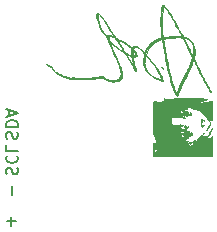
<source format=gbr>
G04 #@! TF.GenerationSoftware,KiCad,Pcbnew,(5.1.4)-1*
G04 #@! TF.CreationDate,2020-11-28T02:07:29-06:00*
G04 #@! TF.ProjectId,NO_Sensor_Breakout,4e4f5f53-656e-4736-9f72-5f427265616b,rev?*
G04 #@! TF.SameCoordinates,Original*
G04 #@! TF.FileFunction,Legend,Bot*
G04 #@! TF.FilePolarity,Positive*
%FSLAX46Y46*%
G04 Gerber Fmt 4.6, Leading zero omitted, Abs format (unit mm)*
G04 Created by KiCad (PCBNEW (5.1.4)-1) date 2020-11-28 02:07:29*
%MOMM*%
%LPD*%
G04 APERTURE LIST*
%ADD10C,0.150000*%
%ADD11C,0.010000*%
G04 APERTURE END LIST*
D10*
X159361238Y-84018285D02*
X159313619Y-83875428D01*
X159313619Y-83637333D01*
X159361238Y-83542095D01*
X159408857Y-83494476D01*
X159504095Y-83446857D01*
X159599333Y-83446857D01*
X159694571Y-83494476D01*
X159742190Y-83542095D01*
X159789809Y-83637333D01*
X159837428Y-83827809D01*
X159885047Y-83923047D01*
X159932666Y-83970666D01*
X160027904Y-84018285D01*
X160123142Y-84018285D01*
X160218380Y-83970666D01*
X160266000Y-83923047D01*
X160313619Y-83827809D01*
X160313619Y-83589714D01*
X160266000Y-83446857D01*
X159313619Y-83018285D02*
X160313619Y-83018285D01*
X160313619Y-82780190D01*
X160266000Y-82637333D01*
X160170761Y-82542095D01*
X160075523Y-82494476D01*
X159885047Y-82446857D01*
X159742190Y-82446857D01*
X159551714Y-82494476D01*
X159456476Y-82542095D01*
X159361238Y-82637333D01*
X159313619Y-82780190D01*
X159313619Y-83018285D01*
X159599333Y-82065904D02*
X159599333Y-81589714D01*
X159313619Y-82161142D02*
X160313619Y-81827809D01*
X159313619Y-81494476D01*
X159361238Y-87042476D02*
X159313619Y-86899619D01*
X159313619Y-86661523D01*
X159361238Y-86566285D01*
X159408857Y-86518666D01*
X159504095Y-86471047D01*
X159599333Y-86471047D01*
X159694571Y-86518666D01*
X159742190Y-86566285D01*
X159789809Y-86661523D01*
X159837428Y-86852000D01*
X159885047Y-86947238D01*
X159932666Y-86994857D01*
X160027904Y-87042476D01*
X160123142Y-87042476D01*
X160218380Y-86994857D01*
X160266000Y-86947238D01*
X160313619Y-86852000D01*
X160313619Y-86613904D01*
X160266000Y-86471047D01*
X159408857Y-85471047D02*
X159361238Y-85518666D01*
X159313619Y-85661523D01*
X159313619Y-85756761D01*
X159361238Y-85899619D01*
X159456476Y-85994857D01*
X159551714Y-86042476D01*
X159742190Y-86090095D01*
X159885047Y-86090095D01*
X160075523Y-86042476D01*
X160170761Y-85994857D01*
X160266000Y-85899619D01*
X160313619Y-85756761D01*
X160313619Y-85661523D01*
X160266000Y-85518666D01*
X160218380Y-85471047D01*
X159313619Y-84566285D02*
X159313619Y-85042476D01*
X160313619Y-85042476D01*
X159837428Y-88011047D02*
X159837428Y-88772952D01*
X160146952Y-91003428D02*
X159385047Y-91003428D01*
X159766000Y-91384380D02*
X159766000Y-90622476D01*
D11*
G36*
X173724988Y-81657492D02*
G01*
X173726952Y-81659643D01*
X173773725Y-81680637D01*
X173803152Y-81679028D01*
X173828888Y-81668254D01*
X173820627Y-81663946D01*
X173772332Y-81653359D01*
X173744427Y-81644561D01*
X173713960Y-81637952D01*
X173724988Y-81657492D01*
X173724988Y-81657492D01*
G37*
X173724988Y-81657492D02*
X173726952Y-81659643D01*
X173773725Y-81680637D01*
X173803152Y-81679028D01*
X173828888Y-81668254D01*
X173820627Y-81663946D01*
X173772332Y-81653359D01*
X173744427Y-81644561D01*
X173713960Y-81637952D01*
X173724988Y-81657492D01*
G36*
X173875700Y-81661000D02*
G01*
X173888400Y-81648300D01*
X173875700Y-81635600D01*
X173863000Y-81648300D01*
X173875700Y-81661000D01*
X173875700Y-81661000D01*
G37*
X173875700Y-81661000D02*
X173888400Y-81648300D01*
X173875700Y-81635600D01*
X173863000Y-81648300D01*
X173875700Y-81661000D01*
G36*
X174104300Y-81407000D02*
G01*
X174117000Y-81394300D01*
X174104300Y-81381600D01*
X174091600Y-81394300D01*
X174104300Y-81407000D01*
X174104300Y-81407000D01*
G37*
X174104300Y-81407000D02*
X174117000Y-81394300D01*
X174104300Y-81381600D01*
X174091600Y-81394300D01*
X174104300Y-81407000D01*
G36*
X174155100Y-81432400D02*
G01*
X174167800Y-81419700D01*
X174155100Y-81407000D01*
X174142400Y-81419700D01*
X174155100Y-81432400D01*
X174155100Y-81432400D01*
G37*
X174155100Y-81432400D02*
X174167800Y-81419700D01*
X174155100Y-81407000D01*
X174142400Y-81419700D01*
X174155100Y-81432400D01*
G36*
X174205900Y-81432400D02*
G01*
X174218600Y-81419700D01*
X174205900Y-81407000D01*
X174193200Y-81419700D01*
X174205900Y-81432400D01*
X174205900Y-81432400D01*
G37*
X174205900Y-81432400D02*
X174218600Y-81419700D01*
X174205900Y-81407000D01*
X174193200Y-81419700D01*
X174205900Y-81432400D01*
G36*
X174104300Y-83769200D02*
G01*
X174117000Y-83756500D01*
X174104300Y-83743800D01*
X174091600Y-83756500D01*
X174104300Y-83769200D01*
X174104300Y-83769200D01*
G37*
X174104300Y-83769200D02*
X174117000Y-83756500D01*
X174104300Y-83743800D01*
X174091600Y-83756500D01*
X174104300Y-83769200D01*
G36*
X171869100Y-80848200D02*
G01*
X171881800Y-80835500D01*
X171869100Y-80822800D01*
X171856400Y-80835500D01*
X171869100Y-80848200D01*
X171869100Y-80848200D01*
G37*
X171869100Y-80848200D02*
X171881800Y-80835500D01*
X171869100Y-80822800D01*
X171856400Y-80835500D01*
X171869100Y-80848200D01*
G36*
X171996100Y-80848200D02*
G01*
X172008800Y-80835500D01*
X171996100Y-80822800D01*
X171983400Y-80835500D01*
X171996100Y-80848200D01*
X171996100Y-80848200D01*
G37*
X171996100Y-80848200D02*
X172008800Y-80835500D01*
X171996100Y-80822800D01*
X171983400Y-80835500D01*
X171996100Y-80848200D01*
G36*
X174399970Y-83070700D02*
G01*
X174421800Y-83019900D01*
X174440596Y-82960559D01*
X174445025Y-82931000D01*
X174442703Y-82905717D01*
X174425997Y-82924567D01*
X174421800Y-82931000D01*
X174401320Y-82988669D01*
X174398574Y-83019900D01*
X174399970Y-83070700D01*
X174399970Y-83070700D01*
G37*
X174399970Y-83070700D02*
X174421800Y-83019900D01*
X174440596Y-82960559D01*
X174445025Y-82931000D01*
X174442703Y-82905717D01*
X174425997Y-82924567D01*
X174421800Y-82931000D01*
X174401320Y-82988669D01*
X174398574Y-83019900D01*
X174399970Y-83070700D01*
G36*
X174531866Y-83024133D02*
G01*
X174546966Y-83020646D01*
X174548800Y-83007200D01*
X174539506Y-82986292D01*
X174531866Y-82990266D01*
X174528826Y-83020410D01*
X174531866Y-83024133D01*
X174531866Y-83024133D01*
G37*
X174531866Y-83024133D02*
X174546966Y-83020646D01*
X174548800Y-83007200D01*
X174539506Y-82986292D01*
X174531866Y-82990266D01*
X174528826Y-83020410D01*
X174531866Y-83024133D01*
G36*
X174790100Y-81940400D02*
G01*
X174802800Y-81927700D01*
X174790100Y-81915000D01*
X174777400Y-81927700D01*
X174790100Y-81940400D01*
X174790100Y-81940400D01*
G37*
X174790100Y-81940400D02*
X174802800Y-81927700D01*
X174790100Y-81915000D01*
X174777400Y-81927700D01*
X174790100Y-81940400D01*
G36*
X174836666Y-83709933D02*
G01*
X174866810Y-83712973D01*
X174870533Y-83709933D01*
X174867046Y-83694833D01*
X174853600Y-83693000D01*
X174832692Y-83702293D01*
X174836666Y-83709933D01*
X174836666Y-83709933D01*
G37*
X174836666Y-83709933D02*
X174866810Y-83712973D01*
X174870533Y-83709933D01*
X174867046Y-83694833D01*
X174853600Y-83693000D01*
X174832692Y-83702293D01*
X174836666Y-83709933D01*
G36*
X174686383Y-84508673D02*
G01*
X174740655Y-84542962D01*
X174781406Y-84556035D01*
X174787792Y-84543000D01*
X174758582Y-84511824D01*
X174752000Y-84506606D01*
X174710963Y-84467436D01*
X174710134Y-84438110D01*
X174719561Y-84426580D01*
X174756847Y-84408264D01*
X174811974Y-84423381D01*
X174814479Y-84424513D01*
X174899479Y-84439556D01*
X174935818Y-84430514D01*
X174970017Y-84414753D01*
X174961598Y-84407966D01*
X174912249Y-84405810D01*
X174841617Y-84396481D01*
X174813576Y-84376152D01*
X174822810Y-84350722D01*
X174864004Y-84326093D01*
X174931842Y-84308164D01*
X175005223Y-84302600D01*
X175091256Y-84291790D01*
X175168205Y-84265200D01*
X175178343Y-84259438D01*
X175247300Y-84216276D01*
X175185816Y-84284738D01*
X175144458Y-84339574D01*
X175138922Y-84365115D01*
X175164792Y-84355818D01*
X175209724Y-84314741D01*
X175248504Y-84263323D01*
X175273498Y-84212048D01*
X175281002Y-84173481D01*
X175267309Y-84160187D01*
X175253726Y-84165518D01*
X175211184Y-84192418D01*
X175153280Y-84231428D01*
X175152782Y-84231772D01*
X175056619Y-84269730D01*
X174972128Y-84273842D01*
X174900811Y-84275370D01*
X174842302Y-84293995D01*
X174776482Y-84337669D01*
X174743023Y-84364408D01*
X174625454Y-84460746D01*
X174686383Y-84508673D01*
X174686383Y-84508673D01*
G37*
X174686383Y-84508673D02*
X174740655Y-84542962D01*
X174781406Y-84556035D01*
X174787792Y-84543000D01*
X174758582Y-84511824D01*
X174752000Y-84506606D01*
X174710963Y-84467436D01*
X174710134Y-84438110D01*
X174719561Y-84426580D01*
X174756847Y-84408264D01*
X174811974Y-84423381D01*
X174814479Y-84424513D01*
X174899479Y-84439556D01*
X174935818Y-84430514D01*
X174970017Y-84414753D01*
X174961598Y-84407966D01*
X174912249Y-84405810D01*
X174841617Y-84396481D01*
X174813576Y-84376152D01*
X174822810Y-84350722D01*
X174864004Y-84326093D01*
X174931842Y-84308164D01*
X175005223Y-84302600D01*
X175091256Y-84291790D01*
X175168205Y-84265200D01*
X175178343Y-84259438D01*
X175247300Y-84216276D01*
X175185816Y-84284738D01*
X175144458Y-84339574D01*
X175138922Y-84365115D01*
X175164792Y-84355818D01*
X175209724Y-84314741D01*
X175248504Y-84263323D01*
X175273498Y-84212048D01*
X175281002Y-84173481D01*
X175267309Y-84160187D01*
X175253726Y-84165518D01*
X175211184Y-84192418D01*
X175153280Y-84231428D01*
X175152782Y-84231772D01*
X175056619Y-84269730D01*
X174972128Y-84273842D01*
X174900811Y-84275370D01*
X174842302Y-84293995D01*
X174776482Y-84337669D01*
X174743023Y-84364408D01*
X174625454Y-84460746D01*
X174686383Y-84508673D01*
G36*
X175856900Y-82626200D02*
G01*
X175869600Y-82613500D01*
X175856900Y-82600800D01*
X175844200Y-82613500D01*
X175856900Y-82626200D01*
X175856900Y-82626200D01*
G37*
X175856900Y-82626200D02*
X175869600Y-82613500D01*
X175856900Y-82600800D01*
X175844200Y-82613500D01*
X175856900Y-82626200D01*
G36*
X175856900Y-82550000D02*
G01*
X175869600Y-82537300D01*
X175856900Y-82524600D01*
X175844200Y-82537300D01*
X175856900Y-82550000D01*
X175856900Y-82550000D01*
G37*
X175856900Y-82550000D02*
X175869600Y-82537300D01*
X175856900Y-82524600D01*
X175844200Y-82537300D01*
X175856900Y-82550000D01*
G36*
X175907700Y-82880200D02*
G01*
X175920400Y-82867500D01*
X175907700Y-82854800D01*
X175895000Y-82867500D01*
X175907700Y-82880200D01*
X175907700Y-82880200D01*
G37*
X175907700Y-82880200D02*
X175920400Y-82867500D01*
X175907700Y-82854800D01*
X175895000Y-82867500D01*
X175907700Y-82880200D01*
G36*
X175933100Y-82499200D02*
G01*
X175945800Y-82486500D01*
X175933100Y-82473800D01*
X175920400Y-82486500D01*
X175933100Y-82499200D01*
X175933100Y-82499200D01*
G37*
X175933100Y-82499200D02*
X175945800Y-82486500D01*
X175933100Y-82473800D01*
X175920400Y-82486500D01*
X175933100Y-82499200D01*
G36*
X175788151Y-82733337D02*
G01*
X175805328Y-82828017D01*
X175827109Y-82912765D01*
X175850121Y-82970116D01*
X175857500Y-82980143D01*
X175890612Y-83002837D01*
X175930689Y-82995536D01*
X175959717Y-82981148D01*
X176018552Y-82937148D01*
X176053525Y-82893905D01*
X176069907Y-82858800D01*
X176056794Y-82862623D01*
X176039971Y-82876036D01*
X175995736Y-82896796D01*
X175972603Y-82893767D01*
X175956943Y-82896550D01*
X175961508Y-82916980D01*
X175963413Y-82950418D01*
X175933502Y-82948818D01*
X175886860Y-82919733D01*
X175876880Y-82903576D01*
X175876880Y-82935094D01*
X175891075Y-82941274D01*
X175918343Y-82966849D01*
X175912749Y-82981552D01*
X175909199Y-82981800D01*
X175887715Y-82963758D01*
X175879874Y-82952475D01*
X175876880Y-82935094D01*
X175876880Y-82903576D01*
X175862967Y-82881050D01*
X175842727Y-82812410D01*
X175827606Y-82727545D01*
X175819067Y-82640188D01*
X175818574Y-82564070D01*
X175827590Y-82512925D01*
X175842032Y-82499200D01*
X175861598Y-82485512D01*
X175858544Y-82476461D01*
X175864807Y-82449202D01*
X175879529Y-82440277D01*
X175926553Y-82445108D01*
X175989102Y-82478546D01*
X176049827Y-82530472D01*
X176065642Y-82548834D01*
X176090667Y-82571375D01*
X176097392Y-82566061D01*
X176081218Y-82537233D01*
X176038737Y-82486455D01*
X175999588Y-82445411D01*
X175921790Y-82376332D01*
X175866801Y-82350228D01*
X175830456Y-82367027D01*
X175808589Y-82426655D01*
X175805850Y-82442050D01*
X175793147Y-82518081D01*
X175782152Y-82578659D01*
X175781079Y-82584037D01*
X175778944Y-82646189D01*
X175788151Y-82733337D01*
X175788151Y-82733337D01*
G37*
X175788151Y-82733337D02*
X175805328Y-82828017D01*
X175827109Y-82912765D01*
X175850121Y-82970116D01*
X175857500Y-82980143D01*
X175890612Y-83002837D01*
X175930689Y-82995536D01*
X175959717Y-82981148D01*
X176018552Y-82937148D01*
X176053525Y-82893905D01*
X176069907Y-82858800D01*
X176056794Y-82862623D01*
X176039971Y-82876036D01*
X175995736Y-82896796D01*
X175972603Y-82893767D01*
X175956943Y-82896550D01*
X175961508Y-82916980D01*
X175963413Y-82950418D01*
X175933502Y-82948818D01*
X175886860Y-82919733D01*
X175876880Y-82903576D01*
X175876880Y-82935094D01*
X175891075Y-82941274D01*
X175918343Y-82966849D01*
X175912749Y-82981552D01*
X175909199Y-82981800D01*
X175887715Y-82963758D01*
X175879874Y-82952475D01*
X175876880Y-82935094D01*
X175876880Y-82903576D01*
X175862967Y-82881050D01*
X175842727Y-82812410D01*
X175827606Y-82727545D01*
X175819067Y-82640188D01*
X175818574Y-82564070D01*
X175827590Y-82512925D01*
X175842032Y-82499200D01*
X175861598Y-82485512D01*
X175858544Y-82476461D01*
X175864807Y-82449202D01*
X175879529Y-82440277D01*
X175926553Y-82445108D01*
X175989102Y-82478546D01*
X176049827Y-82530472D01*
X176065642Y-82548834D01*
X176090667Y-82571375D01*
X176097392Y-82566061D01*
X176081218Y-82537233D01*
X176038737Y-82486455D01*
X175999588Y-82445411D01*
X175921790Y-82376332D01*
X175866801Y-82350228D01*
X175830456Y-82367027D01*
X175808589Y-82426655D01*
X175805850Y-82442050D01*
X175793147Y-82518081D01*
X175782152Y-82578659D01*
X175781079Y-82584037D01*
X175778944Y-82646189D01*
X175788151Y-82733337D01*
G36*
X176554132Y-82338075D02*
G01*
X176607789Y-82346324D01*
X176630100Y-82346800D01*
X176700576Y-82345114D01*
X176729014Y-82337774D01*
X176724131Y-82321355D01*
X176716266Y-82312933D01*
X176676175Y-82298513D01*
X176616188Y-82297309D01*
X176562379Y-82308048D01*
X176542700Y-82321400D01*
X176554132Y-82338075D01*
X176554132Y-82338075D01*
G37*
X176554132Y-82338075D02*
X176607789Y-82346324D01*
X176630100Y-82346800D01*
X176700576Y-82345114D01*
X176729014Y-82337774D01*
X176724131Y-82321355D01*
X176716266Y-82312933D01*
X176676175Y-82298513D01*
X176616188Y-82297309D01*
X176562379Y-82308048D01*
X176542700Y-82321400D01*
X176554132Y-82338075D01*
G36*
X171780543Y-82670972D02*
G01*
X171781596Y-82958874D01*
X171783394Y-83199632D01*
X171785973Y-83395071D01*
X171789368Y-83547017D01*
X171793613Y-83657295D01*
X171798744Y-83727732D01*
X171804796Y-83760152D01*
X171807735Y-83762850D01*
X171828480Y-83781999D01*
X171859920Y-83838549D01*
X171896413Y-83921797D01*
X171909742Y-83956349D01*
X171951043Y-84059453D01*
X171993297Y-84152361D01*
X172028628Y-84218001D01*
X172034606Y-84226970D01*
X172068562Y-84277575D01*
X172084771Y-84307470D01*
X172085000Y-84308849D01*
X172062763Y-84321341D01*
X172004777Y-84342912D01*
X171932600Y-84366100D01*
X171780200Y-84412243D01*
X171780200Y-84570223D01*
X171782892Y-84661536D01*
X171793857Y-84717193D01*
X171817423Y-84752185D01*
X171837349Y-84768069D01*
X171894500Y-84807935D01*
X171837350Y-84809267D01*
X171814764Y-84811404D01*
X171799084Y-84821826D01*
X171789049Y-84848399D01*
X171783400Y-84898990D01*
X171780877Y-84981466D01*
X171780221Y-85103695D01*
X171780200Y-85166200D01*
X171780200Y-85521800D01*
X172129690Y-85521800D01*
X172270162Y-85521267D01*
X172368473Y-85518900D01*
X172433257Y-85513539D01*
X172473149Y-85504030D01*
X172496782Y-85489213D01*
X172511097Y-85470691D01*
X172543015Y-85419583D01*
X172643195Y-85470691D01*
X172662711Y-85480051D01*
X172684385Y-85488193D01*
X172711695Y-85495202D01*
X172748120Y-85501162D01*
X172797140Y-85506159D01*
X172862234Y-85510277D01*
X172946880Y-85513601D01*
X173054558Y-85516216D01*
X173188746Y-85518207D01*
X173352923Y-85519659D01*
X173550570Y-85520656D01*
X173785163Y-85521284D01*
X174060184Y-85521627D01*
X174379109Y-85521771D01*
X174738288Y-85521800D01*
X176733200Y-85521800D01*
X176730954Y-83781900D01*
X176680012Y-83878432D01*
X176640011Y-83941820D01*
X176601688Y-83983407D01*
X176591743Y-83989288D01*
X176529733Y-83997884D01*
X176440198Y-83993224D01*
X176341066Y-83978295D01*
X176250267Y-83956087D01*
X176185730Y-83929590D01*
X176172135Y-83919335D01*
X176132035Y-83871556D01*
X176134002Y-83844829D01*
X176181259Y-83833893D01*
X176225200Y-83832700D01*
X176288839Y-83836927D01*
X176324219Y-83847488D01*
X176326800Y-83851750D01*
X176305073Y-83866204D01*
X176264799Y-83870800D01*
X176211017Y-83880165D01*
X176187100Y-83896200D01*
X176196396Y-83914753D01*
X176240333Y-83921600D01*
X176319316Y-83896540D01*
X176402946Y-83822117D01*
X176490315Y-83699462D01*
X176580517Y-83529706D01*
X176614722Y-83454513D01*
X176661693Y-83343413D01*
X176699654Y-83246294D01*
X176724455Y-83174269D01*
X176732096Y-83140041D01*
X176722985Y-83141576D01*
X176699505Y-83182506D01*
X176665866Y-83254945D01*
X176647055Y-83299300D01*
X176594841Y-83417392D01*
X176535257Y-83539729D01*
X176480308Y-83641781D01*
X176475046Y-83650741D01*
X176386974Y-83798983D01*
X176103717Y-83803141D01*
X175820461Y-83807300D01*
X175939325Y-83686650D01*
X175995199Y-83626504D01*
X176028904Y-83583274D01*
X176033412Y-83566022D01*
X176032950Y-83566000D01*
X176004720Y-83583019D01*
X175951356Y-83628383D01*
X175882654Y-83693552D01*
X175856104Y-83720165D01*
X175767204Y-83806357D01*
X175673155Y-83890888D01*
X175592671Y-83957016D01*
X175584598Y-83963079D01*
X175492374Y-84046223D01*
X175443775Y-84128963D01*
X175440099Y-84140909D01*
X175397923Y-84232287D01*
X175324645Y-84335015D01*
X175233074Y-84434895D01*
X175136016Y-84517728D01*
X175058031Y-84564458D01*
X174962074Y-84594896D01*
X174853038Y-84610741D01*
X174742043Y-84612903D01*
X174640209Y-84602295D01*
X174558655Y-84579826D01*
X174508500Y-84546409D01*
X174498000Y-84518561D01*
X174514283Y-84479622D01*
X174556389Y-84419673D01*
X174599600Y-84369041D01*
X174654000Y-84307487D01*
X174690871Y-84260914D01*
X174701200Y-84242609D01*
X174680255Y-84228560D01*
X174631312Y-84226790D01*
X174575202Y-84235580D01*
X174532758Y-84253207D01*
X174528480Y-84256879D01*
X174503311Y-84274551D01*
X174498000Y-84256879D01*
X174514608Y-84228293D01*
X174523400Y-84226400D01*
X174548061Y-84207071D01*
X174548800Y-84201000D01*
X174525584Y-84187574D01*
X174464578Y-84178436D01*
X174391320Y-84175600D01*
X174303998Y-84172526D01*
X174265010Y-84162270D01*
X174274570Y-84143278D01*
X174332891Y-84113997D01*
X174403579Y-84086272D01*
X174495124Y-84047102D01*
X174537147Y-84015893D01*
X174530199Y-83992043D01*
X174500555Y-83980427D01*
X174457238Y-83949305D01*
X174447294Y-83899587D01*
X174447389Y-83832700D01*
X174496036Y-83912478D01*
X174543405Y-83980957D01*
X174583225Y-84005590D01*
X174628913Y-83988803D01*
X174680236Y-83945769D01*
X174730354Y-83898404D01*
X174745083Y-83878046D01*
X174726481Y-83877381D01*
X174697620Y-83884011D01*
X174640810Y-83887202D01*
X174613571Y-83872858D01*
X174622387Y-83853275D01*
X174677878Y-83845488D01*
X174687277Y-83845400D01*
X174778702Y-83831475D01*
X174880623Y-83795515D01*
X174973703Y-83746236D01*
X175038602Y-83692358D01*
X175044873Y-83684187D01*
X175065360Y-83640985D01*
X175078826Y-83588535D01*
X175083269Y-83542657D01*
X175076681Y-83519169D01*
X175065211Y-83523722D01*
X175036012Y-83522270D01*
X175004232Y-83500900D01*
X174964493Y-83478496D01*
X174945301Y-83485267D01*
X174949517Y-83518970D01*
X174968179Y-83540832D01*
X175003317Y-83595284D01*
X174991291Y-83654900D01*
X174934058Y-83711897D01*
X174923450Y-83718678D01*
X174855926Y-83756823D01*
X174821736Y-83765693D01*
X174813012Y-83745732D01*
X174815804Y-83724750D01*
X174824449Y-83666945D01*
X174826256Y-83647050D01*
X174840067Y-83624510D01*
X174849366Y-83626883D01*
X174868249Y-83619561D01*
X174870533Y-83605404D01*
X174853379Y-83581180D01*
X174839235Y-83582853D01*
X174801681Y-83580708D01*
X174788690Y-83546132D01*
X174803780Y-83492930D01*
X174812520Y-83478082D01*
X174834992Y-83439089D01*
X174828358Y-83418900D01*
X174783921Y-83406457D01*
X174751761Y-83400859D01*
X174663258Y-83394068D01*
X174579629Y-83399889D01*
X174571408Y-83401513D01*
X174491313Y-83419104D01*
X174509460Y-83321102D01*
X174534911Y-83247564D01*
X174582147Y-83157955D01*
X174627103Y-83090839D01*
X174689496Y-83004378D01*
X174719402Y-82954481D01*
X174716814Y-82941793D01*
X174681725Y-82966958D01*
X174627893Y-83017074D01*
X174563601Y-83073117D01*
X174526860Y-83088366D01*
X174517742Y-83079379D01*
X174504060Y-83078754D01*
X174483200Y-83117510D01*
X174474454Y-83141533D01*
X174445945Y-83206029D01*
X174414724Y-83227220D01*
X174408551Y-83226410D01*
X174408551Y-83291016D01*
X174418744Y-83307958D01*
X174414207Y-83359834D01*
X174409364Y-83390727D01*
X174394316Y-83463188D01*
X174377964Y-83513365D01*
X174372345Y-83522670D01*
X174349133Y-83526305D01*
X174349133Y-83589828D01*
X174389676Y-83592656D01*
X174387510Y-83617234D01*
X174358300Y-83651271D01*
X174324874Y-83694020D01*
X174327677Y-83714510D01*
X174356961Y-83709728D01*
X174380808Y-83712816D01*
X174394756Y-83750854D01*
X174401411Y-83814960D01*
X174405471Y-83886463D01*
X174407056Y-83932606D01*
X174406691Y-83940941D01*
X174384198Y-83934640D01*
X174326732Y-83911969D01*
X174245626Y-83877453D01*
X174224772Y-83868295D01*
X174111553Y-83811613D01*
X174047295Y-83763040D01*
X174031556Y-83736595D01*
X174028016Y-83673883D01*
X174061003Y-83645041D01*
X174087563Y-83642200D01*
X174136263Y-83636034D01*
X174212903Y-83620265D01*
X174263864Y-83607820D01*
X174349133Y-83589828D01*
X174349133Y-83526305D01*
X174341368Y-83527521D01*
X174276433Y-83524785D01*
X174193470Y-83516449D01*
X174108411Y-83504498D01*
X174037186Y-83490920D01*
X173995727Y-83477702D01*
X173992425Y-83475291D01*
X173994314Y-83452419D01*
X174041044Y-83422644D01*
X174134739Y-83384764D01*
X174180500Y-83368869D01*
X174268873Y-83338561D01*
X174343094Y-83312211D01*
X174380228Y-83298218D01*
X174408551Y-83291016D01*
X174408551Y-83226410D01*
X174400455Y-83225347D01*
X174355954Y-83213627D01*
X174278028Y-83194332D01*
X174182721Y-83171428D01*
X174172873Y-83169097D01*
X174078648Y-83145969D01*
X174023910Y-83127477D01*
X173998658Y-83106779D01*
X173992894Y-83077032D01*
X173995073Y-83047420D01*
X174002995Y-83004484D01*
X174024157Y-82976037D01*
X174070218Y-82953727D01*
X174152838Y-82929202D01*
X174164523Y-82926047D01*
X174269894Y-82895566D01*
X174325724Y-82874245D01*
X174331943Y-82862267D01*
X174288481Y-82859815D01*
X174195270Y-82867074D01*
X174186497Y-82867991D01*
X174096210Y-82876577D01*
X174046437Y-82876970D01*
X174027284Y-82867308D01*
X174028861Y-82845729D01*
X174031164Y-82838746D01*
X174040845Y-82806742D01*
X174029747Y-82814752D01*
X174009906Y-82839717D01*
X173986290Y-82863205D01*
X173958860Y-82873761D01*
X173958860Y-82990527D01*
X173958734Y-83022434D01*
X173942096Y-83054182D01*
X173918886Y-83073958D01*
X173909566Y-83071922D01*
X173909566Y-83667600D01*
X173955153Y-83683556D01*
X173964600Y-83708810D01*
X173958728Y-83735836D01*
X173932508Y-83725160D01*
X173920150Y-83715997D01*
X173880229Y-83685810D01*
X173865116Y-83674787D01*
X173877590Y-83669176D01*
X173909566Y-83667600D01*
X173909566Y-83071922D01*
X173888400Y-83067298D01*
X173888400Y-83439000D01*
X173909307Y-83448293D01*
X173905333Y-83455933D01*
X173875189Y-83458973D01*
X173871466Y-83455933D01*
X173874953Y-83440833D01*
X173888400Y-83439000D01*
X173888400Y-83067298D01*
X173880499Y-83065571D01*
X173847235Y-83048849D01*
X173801676Y-83022110D01*
X173798687Y-83010827D01*
X173829172Y-83008216D01*
X173893853Y-83000290D01*
X173924422Y-82991782D01*
X173958860Y-82990527D01*
X173958860Y-82873761D01*
X173953255Y-82875918D01*
X173898868Y-82879340D01*
X173811198Y-82874954D01*
X173758839Y-82870919D01*
X173596980Y-82857459D01*
X173478900Y-82845930D01*
X173397715Y-82834562D01*
X173346538Y-82821587D01*
X173318483Y-82805237D01*
X173306666Y-82783744D01*
X173304201Y-82755339D01*
X173304199Y-82754161D01*
X173298326Y-82696995D01*
X173286749Y-82668015D01*
X173268133Y-82622363D01*
X173266168Y-82559292D01*
X173281712Y-82509664D01*
X173282321Y-82508877D01*
X173297691Y-82455153D01*
X173285945Y-82385931D01*
X173270216Y-82353150D01*
X173265939Y-82325424D01*
X173275732Y-82321400D01*
X173292647Y-82299668D01*
X173296281Y-82252501D01*
X173297719Y-82211017D01*
X173317626Y-82187042D01*
X173368304Y-82171517D01*
X173418500Y-82162506D01*
X173562395Y-82150560D01*
X173741198Y-82154455D01*
X173941985Y-82172922D01*
X174151831Y-82204697D01*
X174357812Y-82248512D01*
X174396400Y-82258344D01*
X174433956Y-82263982D01*
X174425841Y-82249430D01*
X174372770Y-82215212D01*
X174275454Y-82161855D01*
X174240846Y-82143800D01*
X174140124Y-82085938D01*
X174088283Y-82041834D01*
X174085311Y-82011455D01*
X174131198Y-81994763D01*
X174194794Y-81991200D01*
X174282893Y-81997359D01*
X174328484Y-82017081D01*
X174336414Y-82029300D01*
X174360908Y-82062900D01*
X174372920Y-82067400D01*
X174383550Y-82048262D01*
X174377775Y-82023018D01*
X174370194Y-81995743D01*
X174385374Y-81996539D01*
X174432499Y-82025653D01*
X174475071Y-82049540D01*
X174488914Y-82048713D01*
X174487108Y-82044925D01*
X174488097Y-82027630D01*
X174509380Y-82032308D01*
X174543713Y-82053938D01*
X174548800Y-82064007D01*
X174568036Y-82087994D01*
X174605950Y-82115077D01*
X174642362Y-82135046D01*
X174640858Y-82126578D01*
X174631350Y-82116107D01*
X174603328Y-82076472D01*
X174615006Y-82053267D01*
X174670528Y-82043020D01*
X174720250Y-82041653D01*
X174836767Y-82036176D01*
X174912139Y-82018324D01*
X174955210Y-81984752D01*
X174971810Y-81946563D01*
X174972480Y-81888787D01*
X174933455Y-81841665D01*
X174927461Y-81837036D01*
X174875989Y-81805567D01*
X174855495Y-81807575D01*
X174871201Y-81840093D01*
X174887622Y-81859694D01*
X174925386Y-81918611D01*
X174915928Y-81963716D01*
X174880669Y-81990306D01*
X174828329Y-82012396D01*
X174792482Y-82003891D01*
X174757940Y-81958034D01*
X174741426Y-81928350D01*
X174712649Y-81866086D01*
X174711070Y-81826655D01*
X174727667Y-81799414D01*
X174744663Y-81757083D01*
X174713344Y-81729596D01*
X174634013Y-81717079D01*
X174529750Y-81718264D01*
X174371000Y-81726907D01*
X174371000Y-81616935D01*
X174375871Y-81543674D01*
X174395209Y-81504394D01*
X174428150Y-81485623D01*
X174498311Y-81477644D01*
X174545972Y-81487152D01*
X174601774Y-81502499D01*
X174616805Y-81495012D01*
X174591979Y-81470894D01*
X174539244Y-81441484D01*
X174481228Y-81409338D01*
X174449326Y-81382955D01*
X174447200Y-81377692D01*
X174428161Y-81368297D01*
X174405634Y-81373744D01*
X174375152Y-81375437D01*
X174375858Y-81353897D01*
X174410724Y-81325633D01*
X174486461Y-81314455D01*
X174596510Y-81319256D01*
X174734311Y-81338927D01*
X174893307Y-81372361D01*
X175066936Y-81418451D01*
X175248640Y-81476089D01*
X175378308Y-81523167D01*
X175511601Y-81578557D01*
X175629960Y-81638879D01*
X175740364Y-81709899D01*
X175849792Y-81797384D01*
X175965223Y-81907100D01*
X176093635Y-82044813D01*
X176242007Y-82216291D01*
X176298232Y-82283300D01*
X176402785Y-82408658D01*
X176478776Y-82501688D01*
X176529772Y-82569412D01*
X176559340Y-82618849D01*
X176571049Y-82657021D01*
X176568466Y-82690949D01*
X176555157Y-82727653D01*
X176540649Y-82760396D01*
X176504735Y-82834553D01*
X176452731Y-82932956D01*
X176394847Y-83036390D01*
X176384773Y-83053748D01*
X176328285Y-83152911D01*
X176291899Y-83221884D01*
X176276995Y-83257322D01*
X176284955Y-83255879D01*
X176317162Y-83214211D01*
X176320360Y-83209701D01*
X176383172Y-83111549D01*
X176464975Y-82967960D01*
X176553225Y-82803010D01*
X176595550Y-82713150D01*
X176607971Y-82647875D01*
X176588524Y-82589342D01*
X176535247Y-82519712D01*
X176520181Y-82502684D01*
X176466500Y-82442668D01*
X176599850Y-82460617D01*
X176687232Y-82469523D01*
X176726569Y-82467589D01*
X176718927Y-82456969D01*
X176665371Y-82439818D01*
X176580181Y-82420851D01*
X176497632Y-82401985D01*
X176437384Y-82383307D01*
X176414960Y-82371003D01*
X176424979Y-82344073D01*
X176466751Y-82302616D01*
X176527362Y-82256304D01*
X176593898Y-82214806D01*
X176653446Y-82187794D01*
X176663350Y-82184989D01*
X176733200Y-82168032D01*
X176733200Y-80817292D01*
X176663350Y-80834853D01*
X176529848Y-80865429D01*
X176378185Y-80895252D01*
X176216588Y-80923240D01*
X176053281Y-80948309D01*
X175896492Y-80969377D01*
X175754446Y-80985359D01*
X175635369Y-80995174D01*
X175547489Y-80997737D01*
X175499030Y-80991966D01*
X175493781Y-80988848D01*
X175501937Y-80977313D01*
X175522285Y-80975200D01*
X175558807Y-80966166D01*
X175632394Y-80941607D01*
X175733137Y-80905337D01*
X175851127Y-80861171D01*
X175976454Y-80812922D01*
X176099209Y-80764403D01*
X176209482Y-80719430D01*
X176297364Y-80681816D01*
X176352200Y-80655778D01*
X176359064Y-80648783D01*
X176349535Y-80642777D01*
X176320349Y-80637687D01*
X176268240Y-80633439D01*
X176189946Y-80629961D01*
X176082202Y-80627179D01*
X175941745Y-80625021D01*
X175765310Y-80623412D01*
X175549633Y-80622280D01*
X175291451Y-80621552D01*
X174987499Y-80621155D01*
X174814949Y-80621059D01*
X174814949Y-81286398D01*
X174862696Y-81289948D01*
X174866300Y-81290299D01*
X174938954Y-81301982D01*
X175010287Y-81320509D01*
X175067785Y-81341430D01*
X175098931Y-81360298D01*
X175094900Y-81371563D01*
X175059023Y-81368970D01*
X174990966Y-81352924D01*
X174917100Y-81330606D01*
X174838899Y-81304147D01*
X174805933Y-81290271D01*
X174814949Y-81286398D01*
X174814949Y-80621059D01*
X174802800Y-80621052D01*
X174475016Y-80621002D01*
X174345600Y-80621085D01*
X174345600Y-81320617D01*
X174337858Y-81346013D01*
X174330182Y-81366822D01*
X174298621Y-81401857D01*
X174279382Y-81407000D01*
X174250120Y-81428013D01*
X174244000Y-81454806D01*
X174239605Y-81483963D01*
X174237806Y-81484454D01*
X174237806Y-81584800D01*
X174295001Y-81737739D01*
X174327860Y-81818981D01*
X174356929Y-81879445D01*
X174374298Y-81904338D01*
X174396025Y-81934000D01*
X174396400Y-81937876D01*
X174375723Y-81936533D01*
X174320700Y-81915536D01*
X174241838Y-81879079D01*
X174213305Y-81864842D01*
X174121909Y-81816935D01*
X174066583Y-81781243D01*
X174037494Y-81748224D01*
X174024807Y-81708339D01*
X174021094Y-81678364D01*
X174011978Y-81584800D01*
X174237806Y-81584800D01*
X174237806Y-81484454D01*
X174217446Y-81490011D01*
X174164056Y-81475080D01*
X174148750Y-81469868D01*
X174077948Y-81437293D01*
X174057673Y-81406126D01*
X174087656Y-81377030D01*
X174167630Y-81350672D01*
X174199550Y-81343752D01*
X174277311Y-81329156D01*
X174330287Y-81320995D01*
X174345600Y-81320617D01*
X174345600Y-80621085D01*
X174193894Y-80621184D01*
X173955297Y-80621710D01*
X173954760Y-80621712D01*
X173954760Y-81390331D01*
X173964600Y-81394300D01*
X173988831Y-81417124D01*
X173990000Y-81421199D01*
X173970348Y-81432108D01*
X173964600Y-81432400D01*
X173956133Y-81425632D01*
X173956133Y-81992194D01*
X174015277Y-82000490D01*
X174047494Y-82021917D01*
X174047905Y-82022950D01*
X174054666Y-82053315D01*
X174038044Y-82059375D01*
X173988549Y-82041983D01*
X173962093Y-82030684D01*
X173875700Y-81993188D01*
X173956133Y-81992194D01*
X173956133Y-81425632D01*
X173951900Y-81422247D01*
X173951900Y-81606361D01*
X173954672Y-81685825D01*
X173949113Y-81740781D01*
X173929413Y-81754536D01*
X173929272Y-81754483D01*
X173890724Y-81743683D01*
X173819404Y-81726670D01*
X173748700Y-81711019D01*
X173649759Y-81686802D01*
X173588813Y-81665477D01*
X173569474Y-81648986D01*
X173595359Y-81639273D01*
X173612798Y-81637957D01*
X173671963Y-81633820D01*
X173757803Y-81626200D01*
X173812200Y-81620809D01*
X173951900Y-81606361D01*
X173951900Y-81422247D01*
X173940176Y-81412873D01*
X173939200Y-81405500D01*
X173954760Y-81390331D01*
X173954760Y-80621712D01*
X173755086Y-80622693D01*
X173589123Y-80624247D01*
X173453271Y-80626485D01*
X173343392Y-80629520D01*
X173255348Y-80633466D01*
X173185001Y-80638435D01*
X173128213Y-80644541D01*
X173080847Y-80651897D01*
X173038765Y-80660616D01*
X172999400Y-80670399D01*
X172892489Y-80698188D01*
X172825489Y-80713423D01*
X172789084Y-80716106D01*
X172773959Y-80706236D01*
X172770799Y-80683813D01*
X172770800Y-80670400D01*
X172758438Y-80627321D01*
X172727272Y-80623556D01*
X172686174Y-80655821D01*
X172646201Y-80716492D01*
X172572870Y-80810700D01*
X172493139Y-80860115D01*
X172423434Y-80895878D01*
X172372583Y-80929670D01*
X172362743Y-80939096D01*
X172334427Y-80957195D01*
X172288763Y-80950218D01*
X172249405Y-80935172D01*
X172177219Y-80916272D01*
X172089467Y-80905191D01*
X172089467Y-84915140D01*
X172123925Y-84920002D01*
X172134926Y-84943769D01*
X172135800Y-84969361D01*
X172117412Y-85026717D01*
X172057891Y-85085603D01*
X172036069Y-85101404D01*
X171965032Y-85163353D01*
X171907628Y-85234969D01*
X171895178Y-85257258D01*
X171865938Y-85313136D01*
X171845193Y-85342631D01*
X171842508Y-85344000D01*
X171836971Y-85320686D01*
X171832893Y-85259082D01*
X171831039Y-85171693D01*
X171831000Y-85156217D01*
X171832201Y-85055086D01*
X171842110Y-84993023D01*
X171870185Y-84958305D01*
X171925882Y-84939205D01*
X172018252Y-84924059D01*
X172089467Y-84915140D01*
X172089467Y-80905191D01*
X172074803Y-80903339D01*
X171971515Y-80898999D01*
X171780200Y-80899000D01*
X171780200Y-82334100D01*
X171780543Y-82670972D01*
X171780543Y-82670972D01*
G37*
X171780543Y-82670972D02*
X171781596Y-82958874D01*
X171783394Y-83199632D01*
X171785973Y-83395071D01*
X171789368Y-83547017D01*
X171793613Y-83657295D01*
X171798744Y-83727732D01*
X171804796Y-83760152D01*
X171807735Y-83762850D01*
X171828480Y-83781999D01*
X171859920Y-83838549D01*
X171896413Y-83921797D01*
X171909742Y-83956349D01*
X171951043Y-84059453D01*
X171993297Y-84152361D01*
X172028628Y-84218001D01*
X172034606Y-84226970D01*
X172068562Y-84277575D01*
X172084771Y-84307470D01*
X172085000Y-84308849D01*
X172062763Y-84321341D01*
X172004777Y-84342912D01*
X171932600Y-84366100D01*
X171780200Y-84412243D01*
X171780200Y-84570223D01*
X171782892Y-84661536D01*
X171793857Y-84717193D01*
X171817423Y-84752185D01*
X171837349Y-84768069D01*
X171894500Y-84807935D01*
X171837350Y-84809267D01*
X171814764Y-84811404D01*
X171799084Y-84821826D01*
X171789049Y-84848399D01*
X171783400Y-84898990D01*
X171780877Y-84981466D01*
X171780221Y-85103695D01*
X171780200Y-85166200D01*
X171780200Y-85521800D01*
X172129690Y-85521800D01*
X172270162Y-85521267D01*
X172368473Y-85518900D01*
X172433257Y-85513539D01*
X172473149Y-85504030D01*
X172496782Y-85489213D01*
X172511097Y-85470691D01*
X172543015Y-85419583D01*
X172643195Y-85470691D01*
X172662711Y-85480051D01*
X172684385Y-85488193D01*
X172711695Y-85495202D01*
X172748120Y-85501162D01*
X172797140Y-85506159D01*
X172862234Y-85510277D01*
X172946880Y-85513601D01*
X173054558Y-85516216D01*
X173188746Y-85518207D01*
X173352923Y-85519659D01*
X173550570Y-85520656D01*
X173785163Y-85521284D01*
X174060184Y-85521627D01*
X174379109Y-85521771D01*
X174738288Y-85521800D01*
X176733200Y-85521800D01*
X176730954Y-83781900D01*
X176680012Y-83878432D01*
X176640011Y-83941820D01*
X176601688Y-83983407D01*
X176591743Y-83989288D01*
X176529733Y-83997884D01*
X176440198Y-83993224D01*
X176341066Y-83978295D01*
X176250267Y-83956087D01*
X176185730Y-83929590D01*
X176172135Y-83919335D01*
X176132035Y-83871556D01*
X176134002Y-83844829D01*
X176181259Y-83833893D01*
X176225200Y-83832700D01*
X176288839Y-83836927D01*
X176324219Y-83847488D01*
X176326800Y-83851750D01*
X176305073Y-83866204D01*
X176264799Y-83870800D01*
X176211017Y-83880165D01*
X176187100Y-83896200D01*
X176196396Y-83914753D01*
X176240333Y-83921600D01*
X176319316Y-83896540D01*
X176402946Y-83822117D01*
X176490315Y-83699462D01*
X176580517Y-83529706D01*
X176614722Y-83454513D01*
X176661693Y-83343413D01*
X176699654Y-83246294D01*
X176724455Y-83174269D01*
X176732096Y-83140041D01*
X176722985Y-83141576D01*
X176699505Y-83182506D01*
X176665866Y-83254945D01*
X176647055Y-83299300D01*
X176594841Y-83417392D01*
X176535257Y-83539729D01*
X176480308Y-83641781D01*
X176475046Y-83650741D01*
X176386974Y-83798983D01*
X176103717Y-83803141D01*
X175820461Y-83807300D01*
X175939325Y-83686650D01*
X175995199Y-83626504D01*
X176028904Y-83583274D01*
X176033412Y-83566022D01*
X176032950Y-83566000D01*
X176004720Y-83583019D01*
X175951356Y-83628383D01*
X175882654Y-83693552D01*
X175856104Y-83720165D01*
X175767204Y-83806357D01*
X175673155Y-83890888D01*
X175592671Y-83957016D01*
X175584598Y-83963079D01*
X175492374Y-84046223D01*
X175443775Y-84128963D01*
X175440099Y-84140909D01*
X175397923Y-84232287D01*
X175324645Y-84335015D01*
X175233074Y-84434895D01*
X175136016Y-84517728D01*
X175058031Y-84564458D01*
X174962074Y-84594896D01*
X174853038Y-84610741D01*
X174742043Y-84612903D01*
X174640209Y-84602295D01*
X174558655Y-84579826D01*
X174508500Y-84546409D01*
X174498000Y-84518561D01*
X174514283Y-84479622D01*
X174556389Y-84419673D01*
X174599600Y-84369041D01*
X174654000Y-84307487D01*
X174690871Y-84260914D01*
X174701200Y-84242609D01*
X174680255Y-84228560D01*
X174631312Y-84226790D01*
X174575202Y-84235580D01*
X174532758Y-84253207D01*
X174528480Y-84256879D01*
X174503311Y-84274551D01*
X174498000Y-84256879D01*
X174514608Y-84228293D01*
X174523400Y-84226400D01*
X174548061Y-84207071D01*
X174548800Y-84201000D01*
X174525584Y-84187574D01*
X174464578Y-84178436D01*
X174391320Y-84175600D01*
X174303998Y-84172526D01*
X174265010Y-84162270D01*
X174274570Y-84143278D01*
X174332891Y-84113997D01*
X174403579Y-84086272D01*
X174495124Y-84047102D01*
X174537147Y-84015893D01*
X174530199Y-83992043D01*
X174500555Y-83980427D01*
X174457238Y-83949305D01*
X174447294Y-83899587D01*
X174447389Y-83832700D01*
X174496036Y-83912478D01*
X174543405Y-83980957D01*
X174583225Y-84005590D01*
X174628913Y-83988803D01*
X174680236Y-83945769D01*
X174730354Y-83898404D01*
X174745083Y-83878046D01*
X174726481Y-83877381D01*
X174697620Y-83884011D01*
X174640810Y-83887202D01*
X174613571Y-83872858D01*
X174622387Y-83853275D01*
X174677878Y-83845488D01*
X174687277Y-83845400D01*
X174778702Y-83831475D01*
X174880623Y-83795515D01*
X174973703Y-83746236D01*
X175038602Y-83692358D01*
X175044873Y-83684187D01*
X175065360Y-83640985D01*
X175078826Y-83588535D01*
X175083269Y-83542657D01*
X175076681Y-83519169D01*
X175065211Y-83523722D01*
X175036012Y-83522270D01*
X175004232Y-83500900D01*
X174964493Y-83478496D01*
X174945301Y-83485267D01*
X174949517Y-83518970D01*
X174968179Y-83540832D01*
X175003317Y-83595284D01*
X174991291Y-83654900D01*
X174934058Y-83711897D01*
X174923450Y-83718678D01*
X174855926Y-83756823D01*
X174821736Y-83765693D01*
X174813012Y-83745732D01*
X174815804Y-83724750D01*
X174824449Y-83666945D01*
X174826256Y-83647050D01*
X174840067Y-83624510D01*
X174849366Y-83626883D01*
X174868249Y-83619561D01*
X174870533Y-83605404D01*
X174853379Y-83581180D01*
X174839235Y-83582853D01*
X174801681Y-83580708D01*
X174788690Y-83546132D01*
X174803780Y-83492930D01*
X174812520Y-83478082D01*
X174834992Y-83439089D01*
X174828358Y-83418900D01*
X174783921Y-83406457D01*
X174751761Y-83400859D01*
X174663258Y-83394068D01*
X174579629Y-83399889D01*
X174571408Y-83401513D01*
X174491313Y-83419104D01*
X174509460Y-83321102D01*
X174534911Y-83247564D01*
X174582147Y-83157955D01*
X174627103Y-83090839D01*
X174689496Y-83004378D01*
X174719402Y-82954481D01*
X174716814Y-82941793D01*
X174681725Y-82966958D01*
X174627893Y-83017074D01*
X174563601Y-83073117D01*
X174526860Y-83088366D01*
X174517742Y-83079379D01*
X174504060Y-83078754D01*
X174483200Y-83117510D01*
X174474454Y-83141533D01*
X174445945Y-83206029D01*
X174414724Y-83227220D01*
X174408551Y-83226410D01*
X174408551Y-83291016D01*
X174418744Y-83307958D01*
X174414207Y-83359834D01*
X174409364Y-83390727D01*
X174394316Y-83463188D01*
X174377964Y-83513365D01*
X174372345Y-83522670D01*
X174349133Y-83526305D01*
X174349133Y-83589828D01*
X174389676Y-83592656D01*
X174387510Y-83617234D01*
X174358300Y-83651271D01*
X174324874Y-83694020D01*
X174327677Y-83714510D01*
X174356961Y-83709728D01*
X174380808Y-83712816D01*
X174394756Y-83750854D01*
X174401411Y-83814960D01*
X174405471Y-83886463D01*
X174407056Y-83932606D01*
X174406691Y-83940941D01*
X174384198Y-83934640D01*
X174326732Y-83911969D01*
X174245626Y-83877453D01*
X174224772Y-83868295D01*
X174111553Y-83811613D01*
X174047295Y-83763040D01*
X174031556Y-83736595D01*
X174028016Y-83673883D01*
X174061003Y-83645041D01*
X174087563Y-83642200D01*
X174136263Y-83636034D01*
X174212903Y-83620265D01*
X174263864Y-83607820D01*
X174349133Y-83589828D01*
X174349133Y-83526305D01*
X174341368Y-83527521D01*
X174276433Y-83524785D01*
X174193470Y-83516449D01*
X174108411Y-83504498D01*
X174037186Y-83490920D01*
X173995727Y-83477702D01*
X173992425Y-83475291D01*
X173994314Y-83452419D01*
X174041044Y-83422644D01*
X174134739Y-83384764D01*
X174180500Y-83368869D01*
X174268873Y-83338561D01*
X174343094Y-83312211D01*
X174380228Y-83298218D01*
X174408551Y-83291016D01*
X174408551Y-83226410D01*
X174400455Y-83225347D01*
X174355954Y-83213627D01*
X174278028Y-83194332D01*
X174182721Y-83171428D01*
X174172873Y-83169097D01*
X174078648Y-83145969D01*
X174023910Y-83127477D01*
X173998658Y-83106779D01*
X173992894Y-83077032D01*
X173995073Y-83047420D01*
X174002995Y-83004484D01*
X174024157Y-82976037D01*
X174070218Y-82953727D01*
X174152838Y-82929202D01*
X174164523Y-82926047D01*
X174269894Y-82895566D01*
X174325724Y-82874245D01*
X174331943Y-82862267D01*
X174288481Y-82859815D01*
X174195270Y-82867074D01*
X174186497Y-82867991D01*
X174096210Y-82876577D01*
X174046437Y-82876970D01*
X174027284Y-82867308D01*
X174028861Y-82845729D01*
X174031164Y-82838746D01*
X174040845Y-82806742D01*
X174029747Y-82814752D01*
X174009906Y-82839717D01*
X173986290Y-82863205D01*
X173958860Y-82873761D01*
X173958860Y-82990527D01*
X173958734Y-83022434D01*
X173942096Y-83054182D01*
X173918886Y-83073958D01*
X173909566Y-83071922D01*
X173909566Y-83667600D01*
X173955153Y-83683556D01*
X173964600Y-83708810D01*
X173958728Y-83735836D01*
X173932508Y-83725160D01*
X173920150Y-83715997D01*
X173880229Y-83685810D01*
X173865116Y-83674787D01*
X173877590Y-83669176D01*
X173909566Y-83667600D01*
X173909566Y-83071922D01*
X173888400Y-83067298D01*
X173888400Y-83439000D01*
X173909307Y-83448293D01*
X173905333Y-83455933D01*
X173875189Y-83458973D01*
X173871466Y-83455933D01*
X173874953Y-83440833D01*
X173888400Y-83439000D01*
X173888400Y-83067298D01*
X173880499Y-83065571D01*
X173847235Y-83048849D01*
X173801676Y-83022110D01*
X173798687Y-83010827D01*
X173829172Y-83008216D01*
X173893853Y-83000290D01*
X173924422Y-82991782D01*
X173958860Y-82990527D01*
X173958860Y-82873761D01*
X173953255Y-82875918D01*
X173898868Y-82879340D01*
X173811198Y-82874954D01*
X173758839Y-82870919D01*
X173596980Y-82857459D01*
X173478900Y-82845930D01*
X173397715Y-82834562D01*
X173346538Y-82821587D01*
X173318483Y-82805237D01*
X173306666Y-82783744D01*
X173304201Y-82755339D01*
X173304199Y-82754161D01*
X173298326Y-82696995D01*
X173286749Y-82668015D01*
X173268133Y-82622363D01*
X173266168Y-82559292D01*
X173281712Y-82509664D01*
X173282321Y-82508877D01*
X173297691Y-82455153D01*
X173285945Y-82385931D01*
X173270216Y-82353150D01*
X173265939Y-82325424D01*
X173275732Y-82321400D01*
X173292647Y-82299668D01*
X173296281Y-82252501D01*
X173297719Y-82211017D01*
X173317626Y-82187042D01*
X173368304Y-82171517D01*
X173418500Y-82162506D01*
X173562395Y-82150560D01*
X173741198Y-82154455D01*
X173941985Y-82172922D01*
X174151831Y-82204697D01*
X174357812Y-82248512D01*
X174396400Y-82258344D01*
X174433956Y-82263982D01*
X174425841Y-82249430D01*
X174372770Y-82215212D01*
X174275454Y-82161855D01*
X174240846Y-82143800D01*
X174140124Y-82085938D01*
X174088283Y-82041834D01*
X174085311Y-82011455D01*
X174131198Y-81994763D01*
X174194794Y-81991200D01*
X174282893Y-81997359D01*
X174328484Y-82017081D01*
X174336414Y-82029300D01*
X174360908Y-82062900D01*
X174372920Y-82067400D01*
X174383550Y-82048262D01*
X174377775Y-82023018D01*
X174370194Y-81995743D01*
X174385374Y-81996539D01*
X174432499Y-82025653D01*
X174475071Y-82049540D01*
X174488914Y-82048713D01*
X174487108Y-82044925D01*
X174488097Y-82027630D01*
X174509380Y-82032308D01*
X174543713Y-82053938D01*
X174548800Y-82064007D01*
X174568036Y-82087994D01*
X174605950Y-82115077D01*
X174642362Y-82135046D01*
X174640858Y-82126578D01*
X174631350Y-82116107D01*
X174603328Y-82076472D01*
X174615006Y-82053267D01*
X174670528Y-82043020D01*
X174720250Y-82041653D01*
X174836767Y-82036176D01*
X174912139Y-82018324D01*
X174955210Y-81984752D01*
X174971810Y-81946563D01*
X174972480Y-81888787D01*
X174933455Y-81841665D01*
X174927461Y-81837036D01*
X174875989Y-81805567D01*
X174855495Y-81807575D01*
X174871201Y-81840093D01*
X174887622Y-81859694D01*
X174925386Y-81918611D01*
X174915928Y-81963716D01*
X174880669Y-81990306D01*
X174828329Y-82012396D01*
X174792482Y-82003891D01*
X174757940Y-81958034D01*
X174741426Y-81928350D01*
X174712649Y-81866086D01*
X174711070Y-81826655D01*
X174727667Y-81799414D01*
X174744663Y-81757083D01*
X174713344Y-81729596D01*
X174634013Y-81717079D01*
X174529750Y-81718264D01*
X174371000Y-81726907D01*
X174371000Y-81616935D01*
X174375871Y-81543674D01*
X174395209Y-81504394D01*
X174428150Y-81485623D01*
X174498311Y-81477644D01*
X174545972Y-81487152D01*
X174601774Y-81502499D01*
X174616805Y-81495012D01*
X174591979Y-81470894D01*
X174539244Y-81441484D01*
X174481228Y-81409338D01*
X174449326Y-81382955D01*
X174447200Y-81377692D01*
X174428161Y-81368297D01*
X174405634Y-81373744D01*
X174375152Y-81375437D01*
X174375858Y-81353897D01*
X174410724Y-81325633D01*
X174486461Y-81314455D01*
X174596510Y-81319256D01*
X174734311Y-81338927D01*
X174893307Y-81372361D01*
X175066936Y-81418451D01*
X175248640Y-81476089D01*
X175378308Y-81523167D01*
X175511601Y-81578557D01*
X175629960Y-81638879D01*
X175740364Y-81709899D01*
X175849792Y-81797384D01*
X175965223Y-81907100D01*
X176093635Y-82044813D01*
X176242007Y-82216291D01*
X176298232Y-82283300D01*
X176402785Y-82408658D01*
X176478776Y-82501688D01*
X176529772Y-82569412D01*
X176559340Y-82618849D01*
X176571049Y-82657021D01*
X176568466Y-82690949D01*
X176555157Y-82727653D01*
X176540649Y-82760396D01*
X176504735Y-82834553D01*
X176452731Y-82932956D01*
X176394847Y-83036390D01*
X176384773Y-83053748D01*
X176328285Y-83152911D01*
X176291899Y-83221884D01*
X176276995Y-83257322D01*
X176284955Y-83255879D01*
X176317162Y-83214211D01*
X176320360Y-83209701D01*
X176383172Y-83111549D01*
X176464975Y-82967960D01*
X176553225Y-82803010D01*
X176595550Y-82713150D01*
X176607971Y-82647875D01*
X176588524Y-82589342D01*
X176535247Y-82519712D01*
X176520181Y-82502684D01*
X176466500Y-82442668D01*
X176599850Y-82460617D01*
X176687232Y-82469523D01*
X176726569Y-82467589D01*
X176718927Y-82456969D01*
X176665371Y-82439818D01*
X176580181Y-82420851D01*
X176497632Y-82401985D01*
X176437384Y-82383307D01*
X176414960Y-82371003D01*
X176424979Y-82344073D01*
X176466751Y-82302616D01*
X176527362Y-82256304D01*
X176593898Y-82214806D01*
X176653446Y-82187794D01*
X176663350Y-82184989D01*
X176733200Y-82168032D01*
X176733200Y-80817292D01*
X176663350Y-80834853D01*
X176529848Y-80865429D01*
X176378185Y-80895252D01*
X176216588Y-80923240D01*
X176053281Y-80948309D01*
X175896492Y-80969377D01*
X175754446Y-80985359D01*
X175635369Y-80995174D01*
X175547489Y-80997737D01*
X175499030Y-80991966D01*
X175493781Y-80988848D01*
X175501937Y-80977313D01*
X175522285Y-80975200D01*
X175558807Y-80966166D01*
X175632394Y-80941607D01*
X175733137Y-80905337D01*
X175851127Y-80861171D01*
X175976454Y-80812922D01*
X176099209Y-80764403D01*
X176209482Y-80719430D01*
X176297364Y-80681816D01*
X176352200Y-80655778D01*
X176359064Y-80648783D01*
X176349535Y-80642777D01*
X176320349Y-80637687D01*
X176268240Y-80633439D01*
X176189946Y-80629961D01*
X176082202Y-80627179D01*
X175941745Y-80625021D01*
X175765310Y-80623412D01*
X175549633Y-80622280D01*
X175291451Y-80621552D01*
X174987499Y-80621155D01*
X174814949Y-80621059D01*
X174814949Y-81286398D01*
X174862696Y-81289948D01*
X174866300Y-81290299D01*
X174938954Y-81301982D01*
X175010287Y-81320509D01*
X175067785Y-81341430D01*
X175098931Y-81360298D01*
X175094900Y-81371563D01*
X175059023Y-81368970D01*
X174990966Y-81352924D01*
X174917100Y-81330606D01*
X174838899Y-81304147D01*
X174805933Y-81290271D01*
X174814949Y-81286398D01*
X174814949Y-80621059D01*
X174802800Y-80621052D01*
X174475016Y-80621002D01*
X174345600Y-80621085D01*
X174345600Y-81320617D01*
X174337858Y-81346013D01*
X174330182Y-81366822D01*
X174298621Y-81401857D01*
X174279382Y-81407000D01*
X174250120Y-81428013D01*
X174244000Y-81454806D01*
X174239605Y-81483963D01*
X174237806Y-81484454D01*
X174237806Y-81584800D01*
X174295001Y-81737739D01*
X174327860Y-81818981D01*
X174356929Y-81879445D01*
X174374298Y-81904338D01*
X174396025Y-81934000D01*
X174396400Y-81937876D01*
X174375723Y-81936533D01*
X174320700Y-81915536D01*
X174241838Y-81879079D01*
X174213305Y-81864842D01*
X174121909Y-81816935D01*
X174066583Y-81781243D01*
X174037494Y-81748224D01*
X174024807Y-81708339D01*
X174021094Y-81678364D01*
X174011978Y-81584800D01*
X174237806Y-81584800D01*
X174237806Y-81484454D01*
X174217446Y-81490011D01*
X174164056Y-81475080D01*
X174148750Y-81469868D01*
X174077948Y-81437293D01*
X174057673Y-81406126D01*
X174087656Y-81377030D01*
X174167630Y-81350672D01*
X174199550Y-81343752D01*
X174277311Y-81329156D01*
X174330287Y-81320995D01*
X174345600Y-81320617D01*
X174345600Y-80621085D01*
X174193894Y-80621184D01*
X173955297Y-80621710D01*
X173954760Y-80621712D01*
X173954760Y-81390331D01*
X173964600Y-81394300D01*
X173988831Y-81417124D01*
X173990000Y-81421199D01*
X173970348Y-81432108D01*
X173964600Y-81432400D01*
X173956133Y-81425632D01*
X173956133Y-81992194D01*
X174015277Y-82000490D01*
X174047494Y-82021917D01*
X174047905Y-82022950D01*
X174054666Y-82053315D01*
X174038044Y-82059375D01*
X173988549Y-82041983D01*
X173962093Y-82030684D01*
X173875700Y-81993188D01*
X173956133Y-81992194D01*
X173956133Y-81425632D01*
X173951900Y-81422247D01*
X173951900Y-81606361D01*
X173954672Y-81685825D01*
X173949113Y-81740781D01*
X173929413Y-81754536D01*
X173929272Y-81754483D01*
X173890724Y-81743683D01*
X173819404Y-81726670D01*
X173748700Y-81711019D01*
X173649759Y-81686802D01*
X173588813Y-81665477D01*
X173569474Y-81648986D01*
X173595359Y-81639273D01*
X173612798Y-81637957D01*
X173671963Y-81633820D01*
X173757803Y-81626200D01*
X173812200Y-81620809D01*
X173951900Y-81606361D01*
X173951900Y-81422247D01*
X173940176Y-81412873D01*
X173939200Y-81405500D01*
X173954760Y-81390331D01*
X173954760Y-80621712D01*
X173755086Y-80622693D01*
X173589123Y-80624247D01*
X173453271Y-80626485D01*
X173343392Y-80629520D01*
X173255348Y-80633466D01*
X173185001Y-80638435D01*
X173128213Y-80644541D01*
X173080847Y-80651897D01*
X173038765Y-80660616D01*
X172999400Y-80670399D01*
X172892489Y-80698188D01*
X172825489Y-80713423D01*
X172789084Y-80716106D01*
X172773959Y-80706236D01*
X172770799Y-80683813D01*
X172770800Y-80670400D01*
X172758438Y-80627321D01*
X172727272Y-80623556D01*
X172686174Y-80655821D01*
X172646201Y-80716492D01*
X172572870Y-80810700D01*
X172493139Y-80860115D01*
X172423434Y-80895878D01*
X172372583Y-80929670D01*
X172362743Y-80939096D01*
X172334427Y-80957195D01*
X172288763Y-80950218D01*
X172249405Y-80935172D01*
X172177219Y-80916272D01*
X172089467Y-80905191D01*
X172089467Y-84915140D01*
X172123925Y-84920002D01*
X172134926Y-84943769D01*
X172135800Y-84969361D01*
X172117412Y-85026717D01*
X172057891Y-85085603D01*
X172036069Y-85101404D01*
X171965032Y-85163353D01*
X171907628Y-85234969D01*
X171895178Y-85257258D01*
X171865938Y-85313136D01*
X171845193Y-85342631D01*
X171842508Y-85344000D01*
X171836971Y-85320686D01*
X171832893Y-85259082D01*
X171831039Y-85171693D01*
X171831000Y-85156217D01*
X171832201Y-85055086D01*
X171842110Y-84993023D01*
X171870185Y-84958305D01*
X171925882Y-84939205D01*
X172018252Y-84924059D01*
X172089467Y-84915140D01*
X172089467Y-80905191D01*
X172074803Y-80903339D01*
X171971515Y-80898999D01*
X171780200Y-80899000D01*
X171780200Y-82334100D01*
X171780543Y-82670972D01*
G36*
X172463967Y-77994581D02*
G01*
X172493246Y-78029753D01*
X172500170Y-78037228D01*
X172539145Y-78075542D01*
X172563686Y-78093904D01*
X172565063Y-78094179D01*
X172559154Y-78079875D01*
X172529875Y-78044704D01*
X172522951Y-78037228D01*
X172483976Y-77998915D01*
X172459435Y-77980552D01*
X172458058Y-77980278D01*
X172463967Y-77994581D01*
X172463967Y-77994581D01*
G37*
X172463967Y-77994581D02*
X172493246Y-78029753D01*
X172500170Y-78037228D01*
X172539145Y-78075542D01*
X172563686Y-78093904D01*
X172565063Y-78094179D01*
X172559154Y-78079875D01*
X172529875Y-78044704D01*
X172522951Y-78037228D01*
X172483976Y-77998915D01*
X172459435Y-77980552D01*
X172458058Y-77980278D01*
X172463967Y-77994581D01*
G36*
X172558544Y-72729390D02*
G01*
X172526882Y-72766249D01*
X172498909Y-72832808D01*
X172473199Y-72933261D01*
X172448326Y-73071803D01*
X172428747Y-73207811D01*
X172409671Y-73390680D01*
X172395784Y-73608290D01*
X172387084Y-73850121D01*
X172383570Y-74105649D01*
X172385240Y-74364353D01*
X172392091Y-74615711D01*
X172404123Y-74849201D01*
X172421333Y-75054300D01*
X172429072Y-75121354D01*
X172443622Y-75240548D01*
X172455151Y-75342657D01*
X172462827Y-75419676D01*
X172465823Y-75463597D01*
X172465285Y-75470668D01*
X172440562Y-75477942D01*
X172386466Y-75487289D01*
X172359675Y-75490987D01*
X172289607Y-75507791D01*
X172198757Y-75539948D01*
X172106164Y-75580673D01*
X172101516Y-75582968D01*
X171870119Y-75705945D01*
X171677338Y-75827571D01*
X171516839Y-75953934D01*
X171382286Y-76091121D01*
X171267347Y-76245218D01*
X171165688Y-76422314D01*
X171112276Y-76533629D01*
X171078141Y-76612698D01*
X171053212Y-76677664D01*
X171042359Y-76715722D01*
X171042233Y-76717779D01*
X171031821Y-76754720D01*
X171001343Y-76751889D01*
X170951938Y-76709839D01*
X170899741Y-76648574D01*
X170803563Y-76541052D01*
X170681913Y-76426894D01*
X170550255Y-76319467D01*
X170424053Y-76232140D01*
X170404386Y-76220333D01*
X170303651Y-76175710D01*
X170199632Y-76153445D01*
X170104971Y-76154539D01*
X170032314Y-76179994D01*
X170019529Y-76189862D01*
X169984179Y-76231826D01*
X169971561Y-76263898D01*
X169959537Y-76291895D01*
X169951347Y-76294538D01*
X169926827Y-76282428D01*
X169870917Y-76248766D01*
X169789947Y-76197554D01*
X169690246Y-76132793D01*
X169581967Y-76061040D01*
X169438426Y-75967482D01*
X169276603Y-75865960D01*
X169112550Y-75766311D01*
X168962322Y-75678371D01*
X168901738Y-75644258D01*
X168570676Y-75460974D01*
X168513264Y-75374676D01*
X168437897Y-75374676D01*
X168437808Y-75375614D01*
X168414985Y-75370378D01*
X168360939Y-75349481D01*
X168285570Y-75316872D01*
X168250743Y-75301005D01*
X168148141Y-75259199D01*
X168050635Y-75229327D01*
X167966862Y-75212946D01*
X167905460Y-75211616D01*
X167875067Y-75226895D01*
X167873374Y-75232894D01*
X167872164Y-75270068D01*
X167872051Y-75332537D01*
X167872289Y-75355526D01*
X167868676Y-75414343D01*
X167857350Y-75440085D01*
X167851571Y-75439397D01*
X167831522Y-75416965D01*
X167790359Y-75363782D01*
X167733024Y-75286472D01*
X167664458Y-75191660D01*
X167617417Y-75125495D01*
X167432967Y-74835494D01*
X167290341Y-74544466D01*
X167186365Y-74244233D01*
X167117868Y-73926615D01*
X167099313Y-73789558D01*
X167087200Y-73678298D01*
X167081309Y-73603139D01*
X167081988Y-73555003D01*
X167089579Y-73524813D01*
X167104429Y-73503490D01*
X167110410Y-73497407D01*
X167134640Y-73478125D01*
X167157512Y-73478780D01*
X167189198Y-73504320D01*
X167239871Y-73559692D01*
X167240943Y-73560905D01*
X167351578Y-73692776D01*
X167462083Y-73838752D01*
X167578234Y-74006967D01*
X167705807Y-74205553D01*
X167753668Y-74282832D01*
X167836222Y-74415951D01*
X167934452Y-74572405D01*
X168039026Y-74737446D01*
X168140612Y-74896322D01*
X168200700Y-74989422D01*
X168275262Y-75105391D01*
X168339878Y-75207788D01*
X168390931Y-75290725D01*
X168424809Y-75348317D01*
X168437897Y-75374676D01*
X168513264Y-75374676D01*
X168381927Y-75177263D01*
X168302480Y-75056545D01*
X168220243Y-74929381D01*
X168144203Y-74809801D01*
X168083351Y-74711837D01*
X168076117Y-74699919D01*
X167901607Y-74417023D01*
X167741578Y-74170052D01*
X167592131Y-73953243D01*
X167449370Y-73760832D01*
X167390572Y-73686041D01*
X167273078Y-73544336D01*
X167177276Y-73440893D01*
X167101448Y-73374887D01*
X167043871Y-73345496D01*
X167002828Y-73351894D01*
X166976596Y-73393260D01*
X166963457Y-73468770D01*
X166962613Y-73481175D01*
X166965893Y-73684125D01*
X166999120Y-73907184D01*
X167063102Y-74154108D01*
X167158647Y-74428655D01*
X167175619Y-74472116D01*
X167247434Y-74627631D01*
X167346607Y-74804260D01*
X167466916Y-74992321D01*
X167602138Y-75182136D01*
X167746053Y-75364024D01*
X167757908Y-75378123D01*
X167810473Y-75446783D01*
X167849156Y-75509426D01*
X167865143Y-75550816D01*
X167878939Y-75603059D01*
X167906816Y-75672316D01*
X167919992Y-75699615D01*
X167947402Y-75758206D01*
X167986124Y-75847361D01*
X168031085Y-75955131D01*
X168077210Y-76069568D01*
X168078823Y-76073648D01*
X168164552Y-76284406D01*
X168264335Y-76519358D01*
X168372328Y-76765405D01*
X168482684Y-77009449D01*
X168589560Y-77238394D01*
X168687109Y-77439140D01*
X168696969Y-77458837D01*
X168779292Y-77635049D01*
X168853688Y-77817923D01*
X168917283Y-77998489D01*
X168967207Y-78167779D01*
X169000586Y-78316823D01*
X169014547Y-78436653D01*
X169014789Y-78451212D01*
X169005303Y-78544323D01*
X168980194Y-78653335D01*
X168944487Y-78762742D01*
X168903207Y-78857035D01*
X168863379Y-78918518D01*
X168777490Y-78984042D01*
X168657806Y-79032444D01*
X168512913Y-79063323D01*
X168351400Y-79076272D01*
X168181854Y-79070888D01*
X168012862Y-79046767D01*
X167853012Y-79003504D01*
X167769084Y-78970035D01*
X167684762Y-78927538D01*
X167626660Y-78889911D01*
X167602638Y-78862332D01*
X167602413Y-78860267D01*
X167585803Y-78823733D01*
X167545618Y-78781803D01*
X167543469Y-78780090D01*
X167512009Y-78760636D01*
X167471935Y-78748122D01*
X167417627Y-78742816D01*
X167343462Y-78744988D01*
X167243819Y-78754908D01*
X167113078Y-78772845D01*
X166945616Y-78799070D01*
X166862054Y-78812773D01*
X166686869Y-78840009D01*
X166531236Y-78859634D01*
X166382433Y-78872440D01*
X166227737Y-78879220D01*
X166054423Y-78880767D01*
X165849770Y-78877872D01*
X165825552Y-78877334D01*
X165674977Y-78874127D01*
X165531536Y-78871496D01*
X165404590Y-78869579D01*
X165303506Y-78868517D01*
X165237645Y-78868450D01*
X165233265Y-78868504D01*
X165134773Y-78862565D01*
X165031835Y-78845442D01*
X164994072Y-78835599D01*
X164929018Y-78816018D01*
X164885154Y-78803307D01*
X164874475Y-78800614D01*
X164869734Y-78819437D01*
X164868780Y-78842860D01*
X164862268Y-78868914D01*
X164835023Y-78879178D01*
X164775483Y-78877563D01*
X164767982Y-78876956D01*
X164688289Y-78862827D01*
X164577097Y-78832923D01*
X164444168Y-78790797D01*
X164299260Y-78740003D01*
X164152132Y-78684095D01*
X164012545Y-78626627D01*
X163890257Y-78571153D01*
X163801650Y-78525064D01*
X163716764Y-78477446D01*
X163646327Y-78439897D01*
X163599818Y-78417363D01*
X163587137Y-78413103D01*
X163538833Y-78395186D01*
X163474714Y-78346768D01*
X163403331Y-78275844D01*
X163333234Y-78190413D01*
X163303130Y-78147471D01*
X163243875Y-78061940D01*
X163183302Y-77980951D01*
X163133484Y-77920569D01*
X163128874Y-77915548D01*
X163068153Y-77864300D01*
X162979271Y-77805567D01*
X162876791Y-77747697D01*
X162775274Y-77699039D01*
X162704833Y-77672445D01*
X162665378Y-77664639D01*
X162661322Y-77675368D01*
X162688194Y-77701113D01*
X162741524Y-77738359D01*
X162816843Y-77783587D01*
X162908440Y-77832651D01*
X163001650Y-77881508D01*
X163066478Y-77922315D01*
X163115725Y-77966506D01*
X163162194Y-78025516D01*
X163217161Y-78108412D01*
X163338786Y-78268659D01*
X163482325Y-78401248D01*
X163657212Y-78514237D01*
X163744425Y-78558814D01*
X163836775Y-78604940D01*
X163926321Y-78652759D01*
X163993895Y-78692027D01*
X163994651Y-78692503D01*
X164061211Y-78727010D01*
X164160185Y-78768965D01*
X164281481Y-78815008D01*
X164415004Y-78861778D01*
X164550663Y-78905915D01*
X164678363Y-78944058D01*
X164788012Y-78972848D01*
X164869516Y-78988924D01*
X164891239Y-78991011D01*
X164963272Y-78990635D01*
X164998466Y-78979963D01*
X165005462Y-78964105D01*
X165020660Y-78942309D01*
X165059195Y-78945596D01*
X165114550Y-78953751D01*
X165208261Y-78961187D01*
X165333126Y-78967789D01*
X165481943Y-78973445D01*
X165647512Y-78978041D01*
X165822632Y-78981465D01*
X166000101Y-78983603D01*
X166172718Y-78984342D01*
X166333281Y-78983569D01*
X166474591Y-78981171D01*
X166589445Y-78977034D01*
X166670642Y-78971046D01*
X166671626Y-78970935D01*
X166745163Y-78961382D01*
X166848409Y-78946438D01*
X166966159Y-78928359D01*
X167055686Y-78913961D01*
X167206755Y-78889778D01*
X167320308Y-78873929D01*
X167403636Y-78866508D01*
X167464031Y-78867606D01*
X167508786Y-78877316D01*
X167545192Y-78895729D01*
X167577734Y-78920566D01*
X167633196Y-78959663D01*
X167714592Y-79008096D01*
X167806240Y-79056656D01*
X167825700Y-79066190D01*
X167987545Y-79127620D01*
X168168131Y-79168226D01*
X168356518Y-79187703D01*
X168541768Y-79185751D01*
X168712939Y-79162067D01*
X168859094Y-79116350D01*
X168900888Y-79095873D01*
X168991795Y-79028666D01*
X169057187Y-78938095D01*
X169099655Y-78818477D01*
X169121787Y-78664127D01*
X169125104Y-78603696D01*
X169117806Y-78411133D01*
X169080611Y-78209030D01*
X169011918Y-77991492D01*
X168910128Y-77752621D01*
X168873619Y-77677371D01*
X168787790Y-77500164D01*
X168689995Y-77290427D01*
X168584672Y-77058135D01*
X168476262Y-76813262D01*
X168369202Y-76565783D01*
X168267932Y-76325672D01*
X168215945Y-76199473D01*
X168163245Y-76071278D01*
X168113734Y-75952650D01*
X168071043Y-75852155D01*
X168038804Y-75778356D01*
X168022764Y-75743868D01*
X168006138Y-75708180D01*
X168007489Y-75698916D01*
X168030772Y-75718304D01*
X168079944Y-75768569D01*
X168095309Y-75784709D01*
X168226395Y-75917008D01*
X168372912Y-76055158D01*
X168528071Y-76193546D01*
X168685087Y-76326560D01*
X168837172Y-76448584D01*
X168977540Y-76554007D01*
X169099402Y-76637214D01*
X169188566Y-76688929D01*
X169266493Y-76731206D01*
X169327374Y-76769904D01*
X169360349Y-76797968D01*
X169362846Y-76802180D01*
X169379893Y-76831226D01*
X169418565Y-76889718D01*
X169473782Y-76970188D01*
X169540464Y-77065169D01*
X169569524Y-77105992D01*
X169767498Y-77415197D01*
X169908106Y-77684941D01*
X169964420Y-77802028D01*
X170019732Y-77912020D01*
X170068666Y-78004556D01*
X170105846Y-78069276D01*
X170114357Y-78082382D01*
X170151034Y-78140614D01*
X170173388Y-78185288D01*
X170176583Y-78197716D01*
X170190964Y-78227461D01*
X170225748Y-78268244D01*
X170268394Y-78308212D01*
X170306361Y-78335509D01*
X170326336Y-78339284D01*
X170326882Y-78312410D01*
X170315628Y-78254340D01*
X170294969Y-78177172D01*
X170292848Y-78170093D01*
X170240107Y-77983749D01*
X170215949Y-77889157D01*
X170106923Y-77889157D01*
X170097108Y-77883700D01*
X170071093Y-77843878D01*
X170032771Y-77776220D01*
X169986034Y-77687250D01*
X169983246Y-77681769D01*
X169922901Y-77571270D01*
X169844401Y-77439513D01*
X169757073Y-77301579D01*
X169670247Y-77172547D01*
X169653571Y-77148866D01*
X169583604Y-77048886D01*
X169525091Y-76962352D01*
X169482275Y-76895780D01*
X169459400Y-76855688D01*
X169457007Y-76847058D01*
X169480758Y-76851511D01*
X169536249Y-76871952D01*
X169614107Y-76904736D01*
X169670350Y-76930051D01*
X169759511Y-76970039D01*
X169834102Y-77001482D01*
X169883880Y-77020170D01*
X169897556Y-77023506D01*
X169912766Y-77044223D01*
X169930511Y-77098920D01*
X169947282Y-77176421D01*
X169949387Y-77188663D01*
X169967314Y-77282696D01*
X169993342Y-77402329D01*
X170023376Y-77529265D01*
X170042421Y-77604403D01*
X170068613Y-77707775D01*
X170089632Y-77796875D01*
X170103128Y-77861324D01*
X170106923Y-77889157D01*
X170215949Y-77889157D01*
X170186190Y-77772639D01*
X170136017Y-77557146D01*
X170094504Y-77357656D01*
X170086232Y-77313636D01*
X170045506Y-77091209D01*
X170150910Y-77094095D01*
X170263810Y-77088299D01*
X170337726Y-77062694D01*
X170375340Y-77015902D01*
X170381605Y-76975588D01*
X170367313Y-76905626D01*
X170344436Y-76851396D01*
X170248888Y-76851396D01*
X170244732Y-76907160D01*
X170209356Y-76942417D01*
X170199363Y-76947876D01*
X170137276Y-76970532D01*
X170091157Y-76977610D01*
X170055333Y-76970086D01*
X170041536Y-76938172D01*
X170040063Y-76903910D01*
X170042682Y-76822165D01*
X170045985Y-76777479D01*
X169925418Y-76777479D01*
X169923884Y-76864954D01*
X169913363Y-76917044D01*
X169887340Y-76937698D01*
X169839299Y-76930865D01*
X169762725Y-76900492D01*
X169651101Y-76850527D01*
X169618466Y-76836100D01*
X169528063Y-76795491D01*
X169452484Y-76759805D01*
X169402191Y-76734071D01*
X169388658Y-76725628D01*
X169366789Y-76698342D01*
X169338538Y-76656987D01*
X169258894Y-76656987D01*
X169256931Y-76659022D01*
X169232180Y-76648922D01*
X169178206Y-76622180D01*
X169105694Y-76584132D01*
X169089609Y-76575474D01*
X168978604Y-76507411D01*
X168845509Y-76413065D01*
X168698981Y-76299771D01*
X168547681Y-76174865D01*
X168400268Y-76045682D01*
X168265400Y-75919558D01*
X168151738Y-75803828D01*
X168077370Y-75717978D01*
X168028019Y-75652229D01*
X168001950Y-75601835D01*
X167992801Y-75547552D01*
X167994213Y-75470136D01*
X167994371Y-75466853D01*
X167999247Y-75390675D01*
X168008320Y-75348725D01*
X168027426Y-75329702D01*
X168062399Y-75322302D01*
X168069408Y-75321493D01*
X168134934Y-75328717D01*
X168223257Y-75357332D01*
X168321570Y-75400887D01*
X168417066Y-75452928D01*
X168496938Y-75507003D01*
X168548378Y-75556657D01*
X168554304Y-75565803D01*
X168583042Y-75612094D01*
X168631323Y-75684902D01*
X168692092Y-75773751D01*
X168750149Y-75856677D01*
X168844373Y-75991678D01*
X168936334Y-76126962D01*
X169022787Y-76257393D01*
X169100488Y-76377835D01*
X169166194Y-76483152D01*
X169216659Y-76568207D01*
X169248641Y-76627864D01*
X169258894Y-76656987D01*
X169338538Y-76656987D01*
X169327887Y-76641396D01*
X169278269Y-76564251D01*
X169243996Y-76508958D01*
X169183180Y-76412686D01*
X169105457Y-76294354D01*
X169020693Y-76168763D01*
X168938751Y-76050717D01*
X168936395Y-76047385D01*
X168840973Y-75910311D01*
X168760690Y-75790635D01*
X168698046Y-75692387D01*
X168655541Y-75619595D01*
X168635673Y-75576288D01*
X168637450Y-75565569D01*
X168669764Y-75577029D01*
X168734251Y-75608912D01*
X168824463Y-75657471D01*
X168933950Y-75718959D01*
X169056265Y-75789629D01*
X169184959Y-75865735D01*
X169313584Y-75943529D01*
X169435692Y-76019264D01*
X169544833Y-76089195D01*
X169589232Y-76118599D01*
X169924481Y-76343592D01*
X169924481Y-76650673D01*
X169925418Y-76777479D01*
X170045985Y-76777479D01*
X170049304Y-76732579D01*
X170058560Y-76646621D01*
X170069082Y-76575758D01*
X170079502Y-76531458D01*
X170085582Y-76522340D01*
X170106514Y-76541546D01*
X170137970Y-76591082D01*
X170173936Y-76658828D01*
X170208396Y-76732661D01*
X170235335Y-76800461D01*
X170248735Y-76850107D01*
X170248888Y-76851396D01*
X170344436Y-76851396D01*
X170328985Y-76814770D01*
X170273451Y-76715641D01*
X170207535Y-76620860D01*
X170158968Y-76563960D01*
X170110984Y-76507707D01*
X170091736Y-76464851D01*
X170094642Y-76420007D01*
X170095631Y-76415889D01*
X170133965Y-76326562D01*
X170195484Y-76276282D01*
X170281226Y-76264278D01*
X170297897Y-76265939D01*
X170442068Y-76306636D01*
X170589838Y-76391884D01*
X170740125Y-76520914D01*
X170882216Y-76680800D01*
X170944209Y-76763163D01*
X170977756Y-76820834D01*
X170986755Y-76861209D01*
X170984271Y-76874432D01*
X170974562Y-76919242D01*
X170963139Y-76994148D01*
X170952299Y-77083863D01*
X170951196Y-77094421D01*
X170940418Y-77185686D01*
X170928604Y-77264693D01*
X170918136Y-77315707D01*
X170917209Y-77318809D01*
X170906152Y-77382653D01*
X170901099Y-77473925D01*
X170902130Y-77574880D01*
X170909320Y-77667774D01*
X170915503Y-77706914D01*
X170935066Y-77771777D01*
X170968467Y-77854583D01*
X170995711Y-77911937D01*
X171033045Y-77988359D01*
X171063037Y-78055967D01*
X171075997Y-78090507D01*
X171119138Y-78182375D01*
X171194727Y-78290893D01*
X171296005Y-78409507D01*
X171416209Y-78531663D01*
X171548581Y-78650806D01*
X171686359Y-78760383D01*
X171822784Y-78853839D01*
X171921208Y-78909952D01*
X171976153Y-78934846D01*
X172057991Y-78968064D01*
X172156859Y-79006033D01*
X172262895Y-79045179D01*
X172366238Y-79081929D01*
X172457023Y-79112709D01*
X172525391Y-79133947D01*
X172561477Y-79142067D01*
X172561836Y-79142071D01*
X172566244Y-79122006D01*
X172568452Y-79072652D01*
X172568511Y-79062015D01*
X172557480Y-79008834D01*
X172536621Y-78951048D01*
X172442348Y-78951048D01*
X172438981Y-78994914D01*
X172421176Y-79005390D01*
X172387430Y-78998596D01*
X172320708Y-78980180D01*
X172231205Y-78953089D01*
X172145428Y-78925640D01*
X171973597Y-78864420D01*
X171831644Y-78800960D01*
X171704285Y-78727008D01*
X171576235Y-78634316D01*
X171516657Y-78586230D01*
X171373310Y-78451602D01*
X171267656Y-78313563D01*
X171192311Y-78162520D01*
X171158210Y-78083698D01*
X171121186Y-78010353D01*
X171110272Y-77991559D01*
X171064399Y-77885048D01*
X171036252Y-77752311D01*
X171028041Y-77609963D01*
X171041701Y-77475973D01*
X171059823Y-77373318D01*
X171077168Y-77254351D01*
X171087786Y-77165029D01*
X171098165Y-77081894D01*
X171109790Y-77017290D01*
X171120315Y-76983972D01*
X171121283Y-76982786D01*
X171144225Y-76990490D01*
X171190973Y-77029000D01*
X171257023Y-77093423D01*
X171337871Y-77178868D01*
X171429014Y-77280441D01*
X171525949Y-77393250D01*
X171624171Y-77512404D01*
X171715829Y-77628653D01*
X171815161Y-77763874D01*
X171914879Y-77910757D01*
X172012614Y-78064680D01*
X172105998Y-78221022D01*
X172192664Y-78375160D01*
X172270244Y-78522473D01*
X172336370Y-78658340D01*
X172388675Y-78778140D01*
X172424790Y-78877249D01*
X172442348Y-78951048D01*
X172536621Y-78951048D01*
X172526263Y-78922355D01*
X172477678Y-78808606D01*
X172414543Y-78673617D01*
X172339674Y-78523418D01*
X172255889Y-78364036D01*
X172168401Y-78205727D01*
X172074409Y-78053623D01*
X171954601Y-77880823D01*
X171816860Y-77697291D01*
X171669071Y-77512989D01*
X171519120Y-77337880D01*
X171374891Y-77181927D01*
X171295545Y-77102812D01*
X171127422Y-76941471D01*
X171212385Y-76729114D01*
X171334922Y-76470943D01*
X171482113Y-76249427D01*
X171656463Y-76061404D01*
X171860481Y-75903712D01*
X171873713Y-75895151D01*
X171957810Y-75844498D01*
X172057196Y-75789547D01*
X172162494Y-75734899D01*
X172264328Y-75685157D01*
X172353320Y-75644923D01*
X172420095Y-75618801D01*
X172452345Y-75611130D01*
X172470403Y-75612129D01*
X172484573Y-75619237D01*
X172496623Y-75638623D01*
X172508320Y-75676454D01*
X172521434Y-75738899D01*
X172537733Y-75832125D01*
X172558986Y-75962301D01*
X172566641Y-76009784D01*
X172605020Y-76241274D01*
X172646035Y-76474736D01*
X172691259Y-76718419D01*
X172742264Y-76980568D01*
X172800626Y-77269430D01*
X172867917Y-77593253D01*
X172877451Y-77638574D01*
X172958887Y-78019202D01*
X173034241Y-78358274D01*
X173104438Y-78659252D01*
X173170405Y-78925599D01*
X173233068Y-79160777D01*
X173293351Y-79368248D01*
X173352181Y-79551474D01*
X173410484Y-79713918D01*
X173469184Y-79859042D01*
X173474374Y-79871040D01*
X173519719Y-79976761D01*
X173559393Y-80071955D01*
X173589174Y-80146308D01*
X173604838Y-80189505D01*
X173604973Y-80189964D01*
X173641506Y-80261653D01*
X173700931Y-80331682D01*
X173756648Y-80373958D01*
X173781346Y-80377937D01*
X173807074Y-80356877D01*
X173840356Y-80303929D01*
X173861712Y-80263660D01*
X173906577Y-80168490D01*
X173949073Y-80065209D01*
X173969555Y-80007722D01*
X174000348Y-79924367D01*
X174043665Y-79821697D01*
X174090639Y-79720626D01*
X174095114Y-79711578D01*
X174146473Y-79601721D01*
X174199057Y-79478576D01*
X174241085Y-79369874D01*
X174267241Y-79306078D01*
X174311559Y-79208815D01*
X174370759Y-79084819D01*
X174441561Y-78940821D01*
X174520687Y-78783556D01*
X174604855Y-78619757D01*
X174629735Y-78572001D01*
X174741588Y-78355616D01*
X174833584Y-78171940D01*
X174908797Y-78014315D01*
X174970301Y-77876083D01*
X175021172Y-77750584D01*
X175064483Y-77631160D01*
X175065417Y-77628425D01*
X175173374Y-77311869D01*
X175242666Y-77458136D01*
X175279678Y-77535452D01*
X175330407Y-77640323D01*
X175388398Y-77759453D01*
X175447196Y-77879545D01*
X175451919Y-77889157D01*
X175515078Y-78019733D01*
X175581896Y-78161325D01*
X175644162Y-78296353D01*
X175691265Y-78401713D01*
X175747709Y-78522002D01*
X175814675Y-78651181D01*
X175881103Y-78768326D01*
X175908012Y-78811758D01*
X175961259Y-78899482D01*
X176026884Y-79015229D01*
X176097679Y-79145884D01*
X176166440Y-79278334D01*
X176187858Y-79321011D01*
X176246469Y-79437409D01*
X176301341Y-79543539D01*
X176347896Y-79630753D01*
X176381557Y-79690403D01*
X176392878Y-79708275D01*
X176428705Y-79766702D01*
X176468384Y-79842210D01*
X176482016Y-79871040D01*
X176527142Y-79949877D01*
X176583702Y-80023184D01*
X176602060Y-80041892D01*
X176675505Y-80110233D01*
X176579242Y-79927991D01*
X176533752Y-79841496D01*
X176473922Y-79727199D01*
X176406362Y-79597751D01*
X176337681Y-79465809D01*
X176311514Y-79415435D01*
X176241871Y-79283976D01*
X176167654Y-79148426D01*
X176096312Y-79022114D01*
X176035296Y-78918365D01*
X176017240Y-78889021D01*
X175965753Y-78805366D01*
X175924885Y-78736223D01*
X175899814Y-78690512D01*
X175894430Y-78677370D01*
X175885032Y-78653323D01*
X175858612Y-78593959D01*
X175817835Y-78505051D01*
X175765366Y-78392370D01*
X175703870Y-78261689D01*
X175653690Y-78155891D01*
X175579703Y-78000334D01*
X175505653Y-77844510D01*
X175435924Y-77697661D01*
X175374906Y-77569029D01*
X175326985Y-77467856D01*
X175309936Y-77431787D01*
X175206923Y-77213609D01*
X175237282Y-77111378D01*
X175071575Y-77111378D01*
X174947427Y-77471392D01*
X174902884Y-77598267D01*
X174860161Y-77715818D01*
X174822761Y-77814705D01*
X174794186Y-77885590D01*
X174782357Y-77911537D01*
X174761420Y-77952360D01*
X174722718Y-78027648D01*
X174669359Y-78131364D01*
X174604449Y-78257475D01*
X174531092Y-78399943D01*
X174452395Y-78552734D01*
X174442180Y-78572565D01*
X174361066Y-78731875D01*
X174283805Y-78887086D01*
X174213849Y-79030996D01*
X174154650Y-79156403D01*
X174109660Y-79256108D01*
X174082330Y-79322907D01*
X174081825Y-79324314D01*
X174039859Y-79433343D01*
X173990236Y-79550381D01*
X173947002Y-79643237D01*
X173904866Y-79732582D01*
X173867355Y-79820233D01*
X173844243Y-79882430D01*
X173816101Y-79958193D01*
X173777853Y-80046402D01*
X173758859Y-80085947D01*
X173702512Y-80198342D01*
X173591173Y-79942856D01*
X173544755Y-79826496D01*
X173492131Y-79678182D01*
X173437420Y-79510335D01*
X173384741Y-79335375D01*
X173357346Y-79237756D01*
X173316019Y-79084053D01*
X173275309Y-78929047D01*
X173238137Y-78784121D01*
X173207423Y-78660659D01*
X173186559Y-78572147D01*
X173119524Y-78268363D01*
X173054331Y-77965221D01*
X172991591Y-77666047D01*
X172931912Y-77374169D01*
X172875905Y-77092914D01*
X172824180Y-76825609D01*
X172777346Y-76575581D01*
X172736012Y-76346157D01*
X172700790Y-76140664D01*
X172672287Y-75962430D01*
X172651115Y-75814781D01*
X172637882Y-75701044D01*
X172633199Y-75624547D01*
X172637675Y-75588616D01*
X172639450Y-75586744D01*
X172687755Y-75569062D01*
X172773686Y-75549976D01*
X172889379Y-75530605D01*
X173026969Y-75512067D01*
X173178593Y-75495481D01*
X173336385Y-75481966D01*
X173411381Y-75476936D01*
X173577670Y-75466970D01*
X173706189Y-75459727D01*
X173804637Y-75455064D01*
X173880714Y-75452836D01*
X173942120Y-75452902D01*
X173996555Y-75455116D01*
X174051719Y-75459336D01*
X174101641Y-75464068D01*
X174256565Y-75479305D01*
X174664070Y-76295341D01*
X175071575Y-77111378D01*
X175237282Y-77111378D01*
X175243143Y-77091643D01*
X175260041Y-77006131D01*
X175271866Y-76888510D01*
X175278561Y-76751004D01*
X175280072Y-76605837D01*
X175278011Y-76528071D01*
X175160395Y-76528071D01*
X175158808Y-76593987D01*
X175152823Y-76719881D01*
X175143171Y-76828017D01*
X175130951Y-76908258D01*
X175120876Y-76943775D01*
X175112707Y-76960602D01*
X175103856Y-76969701D01*
X175092255Y-76967539D01*
X175075835Y-76950583D01*
X175052531Y-76915300D01*
X175020275Y-76858155D01*
X174976999Y-76775617D01*
X174920636Y-76664151D01*
X174849119Y-76520224D01*
X174760381Y-76340303D01*
X174721030Y-76260367D01*
X174637136Y-76089335D01*
X174560287Y-75931527D01*
X174492664Y-75791509D01*
X174436450Y-75673850D01*
X174393826Y-75583117D01*
X174366973Y-75523878D01*
X174358073Y-75500700D01*
X174358126Y-75500582D01*
X174381550Y-75503212D01*
X174436649Y-75517632D01*
X174512011Y-75540822D01*
X174520464Y-75543586D01*
X174689404Y-75605088D01*
X174820241Y-75669184D01*
X174920196Y-75743086D01*
X174996492Y-75834004D01*
X175056351Y-75949150D01*
X175106996Y-76095734D01*
X175120240Y-76142410D01*
X175141500Y-76229978D01*
X175154472Y-76313996D01*
X175160367Y-76408636D01*
X175160395Y-76528071D01*
X175278011Y-76528071D01*
X175276344Y-76465232D01*
X175267320Y-76341415D01*
X175252946Y-76246608D01*
X175247068Y-76223932D01*
X175160093Y-76012675D01*
X175035978Y-75826795D01*
X174876564Y-75668085D01*
X174683693Y-75538337D01*
X174459206Y-75439345D01*
X174431815Y-75430134D01*
X174279065Y-75380289D01*
X174269984Y-75363570D01*
X174185910Y-75363570D01*
X174168054Y-75375866D01*
X174138856Y-75371463D01*
X174079283Y-75361414D01*
X173982148Y-75355308D01*
X173855248Y-75352840D01*
X173706385Y-75353706D01*
X173543356Y-75357602D01*
X173373962Y-75364223D01*
X173206002Y-75373266D01*
X173047274Y-75384425D01*
X172905579Y-75397398D01*
X172788716Y-75411879D01*
X172705193Y-75427389D01*
X172648030Y-75441039D01*
X172611871Y-75448922D01*
X172609409Y-75449336D01*
X172595241Y-75431211D01*
X172582095Y-75383887D01*
X172580991Y-75377632D01*
X172536262Y-75039823D01*
X172508878Y-74674881D01*
X172499114Y-74297914D01*
X172507243Y-73924032D01*
X172533542Y-73568342D01*
X172546145Y-73458394D01*
X172573760Y-73251995D01*
X172599893Y-73089297D01*
X172625911Y-72968532D01*
X172653179Y-72887928D01*
X172683063Y-72845717D01*
X172716927Y-72840129D01*
X172756139Y-72869394D01*
X172802062Y-72931741D01*
X172856063Y-73025403D01*
X172865940Y-73043926D01*
X172922371Y-73141366D01*
X172990655Y-73246529D01*
X173039442Y-73314487D01*
X173138311Y-73456072D01*
X173249326Y-73637265D01*
X173370368Y-73854404D01*
X173499316Y-74103830D01*
X173515949Y-74137224D01*
X173582217Y-74266723D01*
X173655943Y-74404214D01*
X173728172Y-74533344D01*
X173789951Y-74637757D01*
X173790343Y-74638390D01*
X173851189Y-74739052D01*
X173916791Y-74851560D01*
X173983141Y-74968570D01*
X174046233Y-75082736D01*
X174102061Y-75186713D01*
X174146617Y-75273157D01*
X174175895Y-75334721D01*
X174185910Y-75363570D01*
X174269984Y-75363570D01*
X174171619Y-75182481D01*
X174114557Y-75080099D01*
X174043350Y-74956234D01*
X173967966Y-74828063D01*
X173911423Y-74734089D01*
X173841242Y-74614702D01*
X173761094Y-74471611D01*
X173680556Y-74322267D01*
X173609205Y-74184122D01*
X173605126Y-74175973D01*
X173498395Y-73966176D01*
X173405337Y-73792347D01*
X173322381Y-73648281D01*
X173245954Y-73527775D01*
X173172483Y-73424626D01*
X173172178Y-73424224D01*
X173109500Y-73335521D01*
X173042344Y-73231212D01*
X172993895Y-73149053D01*
X172933534Y-73052361D01*
X172861650Y-72955516D01*
X172785255Y-72866100D01*
X172711361Y-72791695D01*
X172646978Y-72739884D01*
X172599117Y-72718248D01*
X172595323Y-72718036D01*
X172558544Y-72729390D01*
X172558544Y-72729390D01*
G37*
X172558544Y-72729390D02*
X172526882Y-72766249D01*
X172498909Y-72832808D01*
X172473199Y-72933261D01*
X172448326Y-73071803D01*
X172428747Y-73207811D01*
X172409671Y-73390680D01*
X172395784Y-73608290D01*
X172387084Y-73850121D01*
X172383570Y-74105649D01*
X172385240Y-74364353D01*
X172392091Y-74615711D01*
X172404123Y-74849201D01*
X172421333Y-75054300D01*
X172429072Y-75121354D01*
X172443622Y-75240548D01*
X172455151Y-75342657D01*
X172462827Y-75419676D01*
X172465823Y-75463597D01*
X172465285Y-75470668D01*
X172440562Y-75477942D01*
X172386466Y-75487289D01*
X172359675Y-75490987D01*
X172289607Y-75507791D01*
X172198757Y-75539948D01*
X172106164Y-75580673D01*
X172101516Y-75582968D01*
X171870119Y-75705945D01*
X171677338Y-75827571D01*
X171516839Y-75953934D01*
X171382286Y-76091121D01*
X171267347Y-76245218D01*
X171165688Y-76422314D01*
X171112276Y-76533629D01*
X171078141Y-76612698D01*
X171053212Y-76677664D01*
X171042359Y-76715722D01*
X171042233Y-76717779D01*
X171031821Y-76754720D01*
X171001343Y-76751889D01*
X170951938Y-76709839D01*
X170899741Y-76648574D01*
X170803563Y-76541052D01*
X170681913Y-76426894D01*
X170550255Y-76319467D01*
X170424053Y-76232140D01*
X170404386Y-76220333D01*
X170303651Y-76175710D01*
X170199632Y-76153445D01*
X170104971Y-76154539D01*
X170032314Y-76179994D01*
X170019529Y-76189862D01*
X169984179Y-76231826D01*
X169971561Y-76263898D01*
X169959537Y-76291895D01*
X169951347Y-76294538D01*
X169926827Y-76282428D01*
X169870917Y-76248766D01*
X169789947Y-76197554D01*
X169690246Y-76132793D01*
X169581967Y-76061040D01*
X169438426Y-75967482D01*
X169276603Y-75865960D01*
X169112550Y-75766311D01*
X168962322Y-75678371D01*
X168901738Y-75644258D01*
X168570676Y-75460974D01*
X168513264Y-75374676D01*
X168437897Y-75374676D01*
X168437808Y-75375614D01*
X168414985Y-75370378D01*
X168360939Y-75349481D01*
X168285570Y-75316872D01*
X168250743Y-75301005D01*
X168148141Y-75259199D01*
X168050635Y-75229327D01*
X167966862Y-75212946D01*
X167905460Y-75211616D01*
X167875067Y-75226895D01*
X167873374Y-75232894D01*
X167872164Y-75270068D01*
X167872051Y-75332537D01*
X167872289Y-75355526D01*
X167868676Y-75414343D01*
X167857350Y-75440085D01*
X167851571Y-75439397D01*
X167831522Y-75416965D01*
X167790359Y-75363782D01*
X167733024Y-75286472D01*
X167664458Y-75191660D01*
X167617417Y-75125495D01*
X167432967Y-74835494D01*
X167290341Y-74544466D01*
X167186365Y-74244233D01*
X167117868Y-73926615D01*
X167099313Y-73789558D01*
X167087200Y-73678298D01*
X167081309Y-73603139D01*
X167081988Y-73555003D01*
X167089579Y-73524813D01*
X167104429Y-73503490D01*
X167110410Y-73497407D01*
X167134640Y-73478125D01*
X167157512Y-73478780D01*
X167189198Y-73504320D01*
X167239871Y-73559692D01*
X167240943Y-73560905D01*
X167351578Y-73692776D01*
X167462083Y-73838752D01*
X167578234Y-74006967D01*
X167705807Y-74205553D01*
X167753668Y-74282832D01*
X167836222Y-74415951D01*
X167934452Y-74572405D01*
X168039026Y-74737446D01*
X168140612Y-74896322D01*
X168200700Y-74989422D01*
X168275262Y-75105391D01*
X168339878Y-75207788D01*
X168390931Y-75290725D01*
X168424809Y-75348317D01*
X168437897Y-75374676D01*
X168513264Y-75374676D01*
X168381927Y-75177263D01*
X168302480Y-75056545D01*
X168220243Y-74929381D01*
X168144203Y-74809801D01*
X168083351Y-74711837D01*
X168076117Y-74699919D01*
X167901607Y-74417023D01*
X167741578Y-74170052D01*
X167592131Y-73953243D01*
X167449370Y-73760832D01*
X167390572Y-73686041D01*
X167273078Y-73544336D01*
X167177276Y-73440893D01*
X167101448Y-73374887D01*
X167043871Y-73345496D01*
X167002828Y-73351894D01*
X166976596Y-73393260D01*
X166963457Y-73468770D01*
X166962613Y-73481175D01*
X166965893Y-73684125D01*
X166999120Y-73907184D01*
X167063102Y-74154108D01*
X167158647Y-74428655D01*
X167175619Y-74472116D01*
X167247434Y-74627631D01*
X167346607Y-74804260D01*
X167466916Y-74992321D01*
X167602138Y-75182136D01*
X167746053Y-75364024D01*
X167757908Y-75378123D01*
X167810473Y-75446783D01*
X167849156Y-75509426D01*
X167865143Y-75550816D01*
X167878939Y-75603059D01*
X167906816Y-75672316D01*
X167919992Y-75699615D01*
X167947402Y-75758206D01*
X167986124Y-75847361D01*
X168031085Y-75955131D01*
X168077210Y-76069568D01*
X168078823Y-76073648D01*
X168164552Y-76284406D01*
X168264335Y-76519358D01*
X168372328Y-76765405D01*
X168482684Y-77009449D01*
X168589560Y-77238394D01*
X168687109Y-77439140D01*
X168696969Y-77458837D01*
X168779292Y-77635049D01*
X168853688Y-77817923D01*
X168917283Y-77998489D01*
X168967207Y-78167779D01*
X169000586Y-78316823D01*
X169014547Y-78436653D01*
X169014789Y-78451212D01*
X169005303Y-78544323D01*
X168980194Y-78653335D01*
X168944487Y-78762742D01*
X168903207Y-78857035D01*
X168863379Y-78918518D01*
X168777490Y-78984042D01*
X168657806Y-79032444D01*
X168512913Y-79063323D01*
X168351400Y-79076272D01*
X168181854Y-79070888D01*
X168012862Y-79046767D01*
X167853012Y-79003504D01*
X167769084Y-78970035D01*
X167684762Y-78927538D01*
X167626660Y-78889911D01*
X167602638Y-78862332D01*
X167602413Y-78860267D01*
X167585803Y-78823733D01*
X167545618Y-78781803D01*
X167543469Y-78780090D01*
X167512009Y-78760636D01*
X167471935Y-78748122D01*
X167417627Y-78742816D01*
X167343462Y-78744988D01*
X167243819Y-78754908D01*
X167113078Y-78772845D01*
X166945616Y-78799070D01*
X166862054Y-78812773D01*
X166686869Y-78840009D01*
X166531236Y-78859634D01*
X166382433Y-78872440D01*
X166227737Y-78879220D01*
X166054423Y-78880767D01*
X165849770Y-78877872D01*
X165825552Y-78877334D01*
X165674977Y-78874127D01*
X165531536Y-78871496D01*
X165404590Y-78869579D01*
X165303506Y-78868517D01*
X165237645Y-78868450D01*
X165233265Y-78868504D01*
X165134773Y-78862565D01*
X165031835Y-78845442D01*
X164994072Y-78835599D01*
X164929018Y-78816018D01*
X164885154Y-78803307D01*
X164874475Y-78800614D01*
X164869734Y-78819437D01*
X164868780Y-78842860D01*
X164862268Y-78868914D01*
X164835023Y-78879178D01*
X164775483Y-78877563D01*
X164767982Y-78876956D01*
X164688289Y-78862827D01*
X164577097Y-78832923D01*
X164444168Y-78790797D01*
X164299260Y-78740003D01*
X164152132Y-78684095D01*
X164012545Y-78626627D01*
X163890257Y-78571153D01*
X163801650Y-78525064D01*
X163716764Y-78477446D01*
X163646327Y-78439897D01*
X163599818Y-78417363D01*
X163587137Y-78413103D01*
X163538833Y-78395186D01*
X163474714Y-78346768D01*
X163403331Y-78275844D01*
X163333234Y-78190413D01*
X163303130Y-78147471D01*
X163243875Y-78061940D01*
X163183302Y-77980951D01*
X163133484Y-77920569D01*
X163128874Y-77915548D01*
X163068153Y-77864300D01*
X162979271Y-77805567D01*
X162876791Y-77747697D01*
X162775274Y-77699039D01*
X162704833Y-77672445D01*
X162665378Y-77664639D01*
X162661322Y-77675368D01*
X162688194Y-77701113D01*
X162741524Y-77738359D01*
X162816843Y-77783587D01*
X162908440Y-77832651D01*
X163001650Y-77881508D01*
X163066478Y-77922315D01*
X163115725Y-77966506D01*
X163162194Y-78025516D01*
X163217161Y-78108412D01*
X163338786Y-78268659D01*
X163482325Y-78401248D01*
X163657212Y-78514237D01*
X163744425Y-78558814D01*
X163836775Y-78604940D01*
X163926321Y-78652759D01*
X163993895Y-78692027D01*
X163994651Y-78692503D01*
X164061211Y-78727010D01*
X164160185Y-78768965D01*
X164281481Y-78815008D01*
X164415004Y-78861778D01*
X164550663Y-78905915D01*
X164678363Y-78944058D01*
X164788012Y-78972848D01*
X164869516Y-78988924D01*
X164891239Y-78991011D01*
X164963272Y-78990635D01*
X164998466Y-78979963D01*
X165005462Y-78964105D01*
X165020660Y-78942309D01*
X165059195Y-78945596D01*
X165114550Y-78953751D01*
X165208261Y-78961187D01*
X165333126Y-78967789D01*
X165481943Y-78973445D01*
X165647512Y-78978041D01*
X165822632Y-78981465D01*
X166000101Y-78983603D01*
X166172718Y-78984342D01*
X166333281Y-78983569D01*
X166474591Y-78981171D01*
X166589445Y-78977034D01*
X166670642Y-78971046D01*
X166671626Y-78970935D01*
X166745163Y-78961382D01*
X166848409Y-78946438D01*
X166966159Y-78928359D01*
X167055686Y-78913961D01*
X167206755Y-78889778D01*
X167320308Y-78873929D01*
X167403636Y-78866508D01*
X167464031Y-78867606D01*
X167508786Y-78877316D01*
X167545192Y-78895729D01*
X167577734Y-78920566D01*
X167633196Y-78959663D01*
X167714592Y-79008096D01*
X167806240Y-79056656D01*
X167825700Y-79066190D01*
X167987545Y-79127620D01*
X168168131Y-79168226D01*
X168356518Y-79187703D01*
X168541768Y-79185751D01*
X168712939Y-79162067D01*
X168859094Y-79116350D01*
X168900888Y-79095873D01*
X168991795Y-79028666D01*
X169057187Y-78938095D01*
X169099655Y-78818477D01*
X169121787Y-78664127D01*
X169125104Y-78603696D01*
X169117806Y-78411133D01*
X169080611Y-78209030D01*
X169011918Y-77991492D01*
X168910128Y-77752621D01*
X168873619Y-77677371D01*
X168787790Y-77500164D01*
X168689995Y-77290427D01*
X168584672Y-77058135D01*
X168476262Y-76813262D01*
X168369202Y-76565783D01*
X168267932Y-76325672D01*
X168215945Y-76199473D01*
X168163245Y-76071278D01*
X168113734Y-75952650D01*
X168071043Y-75852155D01*
X168038804Y-75778356D01*
X168022764Y-75743868D01*
X168006138Y-75708180D01*
X168007489Y-75698916D01*
X168030772Y-75718304D01*
X168079944Y-75768569D01*
X168095309Y-75784709D01*
X168226395Y-75917008D01*
X168372912Y-76055158D01*
X168528071Y-76193546D01*
X168685087Y-76326560D01*
X168837172Y-76448584D01*
X168977540Y-76554007D01*
X169099402Y-76637214D01*
X169188566Y-76688929D01*
X169266493Y-76731206D01*
X169327374Y-76769904D01*
X169360349Y-76797968D01*
X169362846Y-76802180D01*
X169379893Y-76831226D01*
X169418565Y-76889718D01*
X169473782Y-76970188D01*
X169540464Y-77065169D01*
X169569524Y-77105992D01*
X169767498Y-77415197D01*
X169908106Y-77684941D01*
X169964420Y-77802028D01*
X170019732Y-77912020D01*
X170068666Y-78004556D01*
X170105846Y-78069276D01*
X170114357Y-78082382D01*
X170151034Y-78140614D01*
X170173388Y-78185288D01*
X170176583Y-78197716D01*
X170190964Y-78227461D01*
X170225748Y-78268244D01*
X170268394Y-78308212D01*
X170306361Y-78335509D01*
X170326336Y-78339284D01*
X170326882Y-78312410D01*
X170315628Y-78254340D01*
X170294969Y-78177172D01*
X170292848Y-78170093D01*
X170240107Y-77983749D01*
X170215949Y-77889157D01*
X170106923Y-77889157D01*
X170097108Y-77883700D01*
X170071093Y-77843878D01*
X170032771Y-77776220D01*
X169986034Y-77687250D01*
X169983246Y-77681769D01*
X169922901Y-77571270D01*
X169844401Y-77439513D01*
X169757073Y-77301579D01*
X169670247Y-77172547D01*
X169653571Y-77148866D01*
X169583604Y-77048886D01*
X169525091Y-76962352D01*
X169482275Y-76895780D01*
X169459400Y-76855688D01*
X169457007Y-76847058D01*
X169480758Y-76851511D01*
X169536249Y-76871952D01*
X169614107Y-76904736D01*
X169670350Y-76930051D01*
X169759511Y-76970039D01*
X169834102Y-77001482D01*
X169883880Y-77020170D01*
X169897556Y-77023506D01*
X169912766Y-77044223D01*
X169930511Y-77098920D01*
X169947282Y-77176421D01*
X169949387Y-77188663D01*
X169967314Y-77282696D01*
X169993342Y-77402329D01*
X170023376Y-77529265D01*
X170042421Y-77604403D01*
X170068613Y-77707775D01*
X170089632Y-77796875D01*
X170103128Y-77861324D01*
X170106923Y-77889157D01*
X170215949Y-77889157D01*
X170186190Y-77772639D01*
X170136017Y-77557146D01*
X170094504Y-77357656D01*
X170086232Y-77313636D01*
X170045506Y-77091209D01*
X170150910Y-77094095D01*
X170263810Y-77088299D01*
X170337726Y-77062694D01*
X170375340Y-77015902D01*
X170381605Y-76975588D01*
X170367313Y-76905626D01*
X170344436Y-76851396D01*
X170248888Y-76851396D01*
X170244732Y-76907160D01*
X170209356Y-76942417D01*
X170199363Y-76947876D01*
X170137276Y-76970532D01*
X170091157Y-76977610D01*
X170055333Y-76970086D01*
X170041536Y-76938172D01*
X170040063Y-76903910D01*
X170042682Y-76822165D01*
X170045985Y-76777479D01*
X169925418Y-76777479D01*
X169923884Y-76864954D01*
X169913363Y-76917044D01*
X169887340Y-76937698D01*
X169839299Y-76930865D01*
X169762725Y-76900492D01*
X169651101Y-76850527D01*
X169618466Y-76836100D01*
X169528063Y-76795491D01*
X169452484Y-76759805D01*
X169402191Y-76734071D01*
X169388658Y-76725628D01*
X169366789Y-76698342D01*
X169338538Y-76656987D01*
X169258894Y-76656987D01*
X169256931Y-76659022D01*
X169232180Y-76648922D01*
X169178206Y-76622180D01*
X169105694Y-76584132D01*
X169089609Y-76575474D01*
X168978604Y-76507411D01*
X168845509Y-76413065D01*
X168698981Y-76299771D01*
X168547681Y-76174865D01*
X168400268Y-76045682D01*
X168265400Y-75919558D01*
X168151738Y-75803828D01*
X168077370Y-75717978D01*
X168028019Y-75652229D01*
X168001950Y-75601835D01*
X167992801Y-75547552D01*
X167994213Y-75470136D01*
X167994371Y-75466853D01*
X167999247Y-75390675D01*
X168008320Y-75348725D01*
X168027426Y-75329702D01*
X168062399Y-75322302D01*
X168069408Y-75321493D01*
X168134934Y-75328717D01*
X168223257Y-75357332D01*
X168321570Y-75400887D01*
X168417066Y-75452928D01*
X168496938Y-75507003D01*
X168548378Y-75556657D01*
X168554304Y-75565803D01*
X168583042Y-75612094D01*
X168631323Y-75684902D01*
X168692092Y-75773751D01*
X168750149Y-75856677D01*
X168844373Y-75991678D01*
X168936334Y-76126962D01*
X169022787Y-76257393D01*
X169100488Y-76377835D01*
X169166194Y-76483152D01*
X169216659Y-76568207D01*
X169248641Y-76627864D01*
X169258894Y-76656987D01*
X169338538Y-76656987D01*
X169327887Y-76641396D01*
X169278269Y-76564251D01*
X169243996Y-76508958D01*
X169183180Y-76412686D01*
X169105457Y-76294354D01*
X169020693Y-76168763D01*
X168938751Y-76050717D01*
X168936395Y-76047385D01*
X168840973Y-75910311D01*
X168760690Y-75790635D01*
X168698046Y-75692387D01*
X168655541Y-75619595D01*
X168635673Y-75576288D01*
X168637450Y-75565569D01*
X168669764Y-75577029D01*
X168734251Y-75608912D01*
X168824463Y-75657471D01*
X168933950Y-75718959D01*
X169056265Y-75789629D01*
X169184959Y-75865735D01*
X169313584Y-75943529D01*
X169435692Y-76019264D01*
X169544833Y-76089195D01*
X169589232Y-76118599D01*
X169924481Y-76343592D01*
X169924481Y-76650673D01*
X169925418Y-76777479D01*
X170045985Y-76777479D01*
X170049304Y-76732579D01*
X170058560Y-76646621D01*
X170069082Y-76575758D01*
X170079502Y-76531458D01*
X170085582Y-76522340D01*
X170106514Y-76541546D01*
X170137970Y-76591082D01*
X170173936Y-76658828D01*
X170208396Y-76732661D01*
X170235335Y-76800461D01*
X170248735Y-76850107D01*
X170248888Y-76851396D01*
X170344436Y-76851396D01*
X170328985Y-76814770D01*
X170273451Y-76715641D01*
X170207535Y-76620860D01*
X170158968Y-76563960D01*
X170110984Y-76507707D01*
X170091736Y-76464851D01*
X170094642Y-76420007D01*
X170095631Y-76415889D01*
X170133965Y-76326562D01*
X170195484Y-76276282D01*
X170281226Y-76264278D01*
X170297897Y-76265939D01*
X170442068Y-76306636D01*
X170589838Y-76391884D01*
X170740125Y-76520914D01*
X170882216Y-76680800D01*
X170944209Y-76763163D01*
X170977756Y-76820834D01*
X170986755Y-76861209D01*
X170984271Y-76874432D01*
X170974562Y-76919242D01*
X170963139Y-76994148D01*
X170952299Y-77083863D01*
X170951196Y-77094421D01*
X170940418Y-77185686D01*
X170928604Y-77264693D01*
X170918136Y-77315707D01*
X170917209Y-77318809D01*
X170906152Y-77382653D01*
X170901099Y-77473925D01*
X170902130Y-77574880D01*
X170909320Y-77667774D01*
X170915503Y-77706914D01*
X170935066Y-77771777D01*
X170968467Y-77854583D01*
X170995711Y-77911937D01*
X171033045Y-77988359D01*
X171063037Y-78055967D01*
X171075997Y-78090507D01*
X171119138Y-78182375D01*
X171194727Y-78290893D01*
X171296005Y-78409507D01*
X171416209Y-78531663D01*
X171548581Y-78650806D01*
X171686359Y-78760383D01*
X171822784Y-78853839D01*
X171921208Y-78909952D01*
X171976153Y-78934846D01*
X172057991Y-78968064D01*
X172156859Y-79006033D01*
X172262895Y-79045179D01*
X172366238Y-79081929D01*
X172457023Y-79112709D01*
X172525391Y-79133947D01*
X172561477Y-79142067D01*
X172561836Y-79142071D01*
X172566244Y-79122006D01*
X172568452Y-79072652D01*
X172568511Y-79062015D01*
X172557480Y-79008834D01*
X172536621Y-78951048D01*
X172442348Y-78951048D01*
X172438981Y-78994914D01*
X172421176Y-79005390D01*
X172387430Y-78998596D01*
X172320708Y-78980180D01*
X172231205Y-78953089D01*
X172145428Y-78925640D01*
X171973597Y-78864420D01*
X171831644Y-78800960D01*
X171704285Y-78727008D01*
X171576235Y-78634316D01*
X171516657Y-78586230D01*
X171373310Y-78451602D01*
X171267656Y-78313563D01*
X171192311Y-78162520D01*
X171158210Y-78083698D01*
X171121186Y-78010353D01*
X171110272Y-77991559D01*
X171064399Y-77885048D01*
X171036252Y-77752311D01*
X171028041Y-77609963D01*
X171041701Y-77475973D01*
X171059823Y-77373318D01*
X171077168Y-77254351D01*
X171087786Y-77165029D01*
X171098165Y-77081894D01*
X171109790Y-77017290D01*
X171120315Y-76983972D01*
X171121283Y-76982786D01*
X171144225Y-76990490D01*
X171190973Y-77029000D01*
X171257023Y-77093423D01*
X171337871Y-77178868D01*
X171429014Y-77280441D01*
X171525949Y-77393250D01*
X171624171Y-77512404D01*
X171715829Y-77628653D01*
X171815161Y-77763874D01*
X171914879Y-77910757D01*
X172012614Y-78064680D01*
X172105998Y-78221022D01*
X172192664Y-78375160D01*
X172270244Y-78522473D01*
X172336370Y-78658340D01*
X172388675Y-78778140D01*
X172424790Y-78877249D01*
X172442348Y-78951048D01*
X172536621Y-78951048D01*
X172526263Y-78922355D01*
X172477678Y-78808606D01*
X172414543Y-78673617D01*
X172339674Y-78523418D01*
X172255889Y-78364036D01*
X172168401Y-78205727D01*
X172074409Y-78053623D01*
X171954601Y-77880823D01*
X171816860Y-77697291D01*
X171669071Y-77512989D01*
X171519120Y-77337880D01*
X171374891Y-77181927D01*
X171295545Y-77102812D01*
X171127422Y-76941471D01*
X171212385Y-76729114D01*
X171334922Y-76470943D01*
X171482113Y-76249427D01*
X171656463Y-76061404D01*
X171860481Y-75903712D01*
X171873713Y-75895151D01*
X171957810Y-75844498D01*
X172057196Y-75789547D01*
X172162494Y-75734899D01*
X172264328Y-75685157D01*
X172353320Y-75644923D01*
X172420095Y-75618801D01*
X172452345Y-75611130D01*
X172470403Y-75612129D01*
X172484573Y-75619237D01*
X172496623Y-75638623D01*
X172508320Y-75676454D01*
X172521434Y-75738899D01*
X172537733Y-75832125D01*
X172558986Y-75962301D01*
X172566641Y-76009784D01*
X172605020Y-76241274D01*
X172646035Y-76474736D01*
X172691259Y-76718419D01*
X172742264Y-76980568D01*
X172800626Y-77269430D01*
X172867917Y-77593253D01*
X172877451Y-77638574D01*
X172958887Y-78019202D01*
X173034241Y-78358274D01*
X173104438Y-78659252D01*
X173170405Y-78925599D01*
X173233068Y-79160777D01*
X173293351Y-79368248D01*
X173352181Y-79551474D01*
X173410484Y-79713918D01*
X173469184Y-79859042D01*
X173474374Y-79871040D01*
X173519719Y-79976761D01*
X173559393Y-80071955D01*
X173589174Y-80146308D01*
X173604838Y-80189505D01*
X173604973Y-80189964D01*
X173641506Y-80261653D01*
X173700931Y-80331682D01*
X173756648Y-80373958D01*
X173781346Y-80377937D01*
X173807074Y-80356877D01*
X173840356Y-80303929D01*
X173861712Y-80263660D01*
X173906577Y-80168490D01*
X173949073Y-80065209D01*
X173969555Y-80007722D01*
X174000348Y-79924367D01*
X174043665Y-79821697D01*
X174090639Y-79720626D01*
X174095114Y-79711578D01*
X174146473Y-79601721D01*
X174199057Y-79478576D01*
X174241085Y-79369874D01*
X174267241Y-79306078D01*
X174311559Y-79208815D01*
X174370759Y-79084819D01*
X174441561Y-78940821D01*
X174520687Y-78783556D01*
X174604855Y-78619757D01*
X174629735Y-78572001D01*
X174741588Y-78355616D01*
X174833584Y-78171940D01*
X174908797Y-78014315D01*
X174970301Y-77876083D01*
X175021172Y-77750584D01*
X175064483Y-77631160D01*
X175065417Y-77628425D01*
X175173374Y-77311869D01*
X175242666Y-77458136D01*
X175279678Y-77535452D01*
X175330407Y-77640323D01*
X175388398Y-77759453D01*
X175447196Y-77879545D01*
X175451919Y-77889157D01*
X175515078Y-78019733D01*
X175581896Y-78161325D01*
X175644162Y-78296353D01*
X175691265Y-78401713D01*
X175747709Y-78522002D01*
X175814675Y-78651181D01*
X175881103Y-78768326D01*
X175908012Y-78811758D01*
X175961259Y-78899482D01*
X176026884Y-79015229D01*
X176097679Y-79145884D01*
X176166440Y-79278334D01*
X176187858Y-79321011D01*
X176246469Y-79437409D01*
X176301341Y-79543539D01*
X176347896Y-79630753D01*
X176381557Y-79690403D01*
X176392878Y-79708275D01*
X176428705Y-79766702D01*
X176468384Y-79842210D01*
X176482016Y-79871040D01*
X176527142Y-79949877D01*
X176583702Y-80023184D01*
X176602060Y-80041892D01*
X176675505Y-80110233D01*
X176579242Y-79927991D01*
X176533752Y-79841496D01*
X176473922Y-79727199D01*
X176406362Y-79597751D01*
X176337681Y-79465809D01*
X176311514Y-79415435D01*
X176241871Y-79283976D01*
X176167654Y-79148426D01*
X176096312Y-79022114D01*
X176035296Y-78918365D01*
X176017240Y-78889021D01*
X175965753Y-78805366D01*
X175924885Y-78736223D01*
X175899814Y-78690512D01*
X175894430Y-78677370D01*
X175885032Y-78653323D01*
X175858612Y-78593959D01*
X175817835Y-78505051D01*
X175765366Y-78392370D01*
X175703870Y-78261689D01*
X175653690Y-78155891D01*
X175579703Y-78000334D01*
X175505653Y-77844510D01*
X175435924Y-77697661D01*
X175374906Y-77569029D01*
X175326985Y-77467856D01*
X175309936Y-77431787D01*
X175206923Y-77213609D01*
X175237282Y-77111378D01*
X175071575Y-77111378D01*
X174947427Y-77471392D01*
X174902884Y-77598267D01*
X174860161Y-77715818D01*
X174822761Y-77814705D01*
X174794186Y-77885590D01*
X174782357Y-77911537D01*
X174761420Y-77952360D01*
X174722718Y-78027648D01*
X174669359Y-78131364D01*
X174604449Y-78257475D01*
X174531092Y-78399943D01*
X174452395Y-78552734D01*
X174442180Y-78572565D01*
X174361066Y-78731875D01*
X174283805Y-78887086D01*
X174213849Y-79030996D01*
X174154650Y-79156403D01*
X174109660Y-79256108D01*
X174082330Y-79322907D01*
X174081825Y-79324314D01*
X174039859Y-79433343D01*
X173990236Y-79550381D01*
X173947002Y-79643237D01*
X173904866Y-79732582D01*
X173867355Y-79820233D01*
X173844243Y-79882430D01*
X173816101Y-79958193D01*
X173777853Y-80046402D01*
X173758859Y-80085947D01*
X173702512Y-80198342D01*
X173591173Y-79942856D01*
X173544755Y-79826496D01*
X173492131Y-79678182D01*
X173437420Y-79510335D01*
X173384741Y-79335375D01*
X173357346Y-79237756D01*
X173316019Y-79084053D01*
X173275309Y-78929047D01*
X173238137Y-78784121D01*
X173207423Y-78660659D01*
X173186559Y-78572147D01*
X173119524Y-78268363D01*
X173054331Y-77965221D01*
X172991591Y-77666047D01*
X172931912Y-77374169D01*
X172875905Y-77092914D01*
X172824180Y-76825609D01*
X172777346Y-76575581D01*
X172736012Y-76346157D01*
X172700790Y-76140664D01*
X172672287Y-75962430D01*
X172651115Y-75814781D01*
X172637882Y-75701044D01*
X172633199Y-75624547D01*
X172637675Y-75588616D01*
X172639450Y-75586744D01*
X172687755Y-75569062D01*
X172773686Y-75549976D01*
X172889379Y-75530605D01*
X173026969Y-75512067D01*
X173178593Y-75495481D01*
X173336385Y-75481966D01*
X173411381Y-75476936D01*
X173577670Y-75466970D01*
X173706189Y-75459727D01*
X173804637Y-75455064D01*
X173880714Y-75452836D01*
X173942120Y-75452902D01*
X173996555Y-75455116D01*
X174051719Y-75459336D01*
X174101641Y-75464068D01*
X174256565Y-75479305D01*
X174664070Y-76295341D01*
X175071575Y-77111378D01*
X175237282Y-77111378D01*
X175243143Y-77091643D01*
X175260041Y-77006131D01*
X175271866Y-76888510D01*
X175278561Y-76751004D01*
X175280072Y-76605837D01*
X175278011Y-76528071D01*
X175160395Y-76528071D01*
X175158808Y-76593987D01*
X175152823Y-76719881D01*
X175143171Y-76828017D01*
X175130951Y-76908258D01*
X175120876Y-76943775D01*
X175112707Y-76960602D01*
X175103856Y-76969701D01*
X175092255Y-76967539D01*
X175075835Y-76950583D01*
X175052531Y-76915300D01*
X175020275Y-76858155D01*
X174976999Y-76775617D01*
X174920636Y-76664151D01*
X174849119Y-76520224D01*
X174760381Y-76340303D01*
X174721030Y-76260367D01*
X174637136Y-76089335D01*
X174560287Y-75931527D01*
X174492664Y-75791509D01*
X174436450Y-75673850D01*
X174393826Y-75583117D01*
X174366973Y-75523878D01*
X174358073Y-75500700D01*
X174358126Y-75500582D01*
X174381550Y-75503212D01*
X174436649Y-75517632D01*
X174512011Y-75540822D01*
X174520464Y-75543586D01*
X174689404Y-75605088D01*
X174820241Y-75669184D01*
X174920196Y-75743086D01*
X174996492Y-75834004D01*
X175056351Y-75949150D01*
X175106996Y-76095734D01*
X175120240Y-76142410D01*
X175141500Y-76229978D01*
X175154472Y-76313996D01*
X175160367Y-76408636D01*
X175160395Y-76528071D01*
X175278011Y-76528071D01*
X175276344Y-76465232D01*
X175267320Y-76341415D01*
X175252946Y-76246608D01*
X175247068Y-76223932D01*
X175160093Y-76012675D01*
X175035978Y-75826795D01*
X174876564Y-75668085D01*
X174683693Y-75538337D01*
X174459206Y-75439345D01*
X174431815Y-75430134D01*
X174279065Y-75380289D01*
X174269984Y-75363570D01*
X174185910Y-75363570D01*
X174168054Y-75375866D01*
X174138856Y-75371463D01*
X174079283Y-75361414D01*
X173982148Y-75355308D01*
X173855248Y-75352840D01*
X173706385Y-75353706D01*
X173543356Y-75357602D01*
X173373962Y-75364223D01*
X173206002Y-75373266D01*
X173047274Y-75384425D01*
X172905579Y-75397398D01*
X172788716Y-75411879D01*
X172705193Y-75427389D01*
X172648030Y-75441039D01*
X172611871Y-75448922D01*
X172609409Y-75449336D01*
X172595241Y-75431211D01*
X172582095Y-75383887D01*
X172580991Y-75377632D01*
X172536262Y-75039823D01*
X172508878Y-74674881D01*
X172499114Y-74297914D01*
X172507243Y-73924032D01*
X172533542Y-73568342D01*
X172546145Y-73458394D01*
X172573760Y-73251995D01*
X172599893Y-73089297D01*
X172625911Y-72968532D01*
X172653179Y-72887928D01*
X172683063Y-72845717D01*
X172716927Y-72840129D01*
X172756139Y-72869394D01*
X172802062Y-72931741D01*
X172856063Y-73025403D01*
X172865940Y-73043926D01*
X172922371Y-73141366D01*
X172990655Y-73246529D01*
X173039442Y-73314487D01*
X173138311Y-73456072D01*
X173249326Y-73637265D01*
X173370368Y-73854404D01*
X173499316Y-74103830D01*
X173515949Y-74137224D01*
X173582217Y-74266723D01*
X173655943Y-74404214D01*
X173728172Y-74533344D01*
X173789951Y-74637757D01*
X173790343Y-74638390D01*
X173851189Y-74739052D01*
X173916791Y-74851560D01*
X173983141Y-74968570D01*
X174046233Y-75082736D01*
X174102061Y-75186713D01*
X174146617Y-75273157D01*
X174175895Y-75334721D01*
X174185910Y-75363570D01*
X174269984Y-75363570D01*
X174171619Y-75182481D01*
X174114557Y-75080099D01*
X174043350Y-74956234D01*
X173967966Y-74828063D01*
X173911423Y-74734089D01*
X173841242Y-74614702D01*
X173761094Y-74471611D01*
X173680556Y-74322267D01*
X173609205Y-74184122D01*
X173605126Y-74175973D01*
X173498395Y-73966176D01*
X173405337Y-73792347D01*
X173322381Y-73648281D01*
X173245954Y-73527775D01*
X173172483Y-73424626D01*
X173172178Y-73424224D01*
X173109500Y-73335521D01*
X173042344Y-73231212D01*
X172993895Y-73149053D01*
X172933534Y-73052361D01*
X172861650Y-72955516D01*
X172785255Y-72866100D01*
X172711361Y-72791695D01*
X172646978Y-72739884D01*
X172599117Y-72718248D01*
X172595323Y-72718036D01*
X172558544Y-72729390D01*
M02*

</source>
